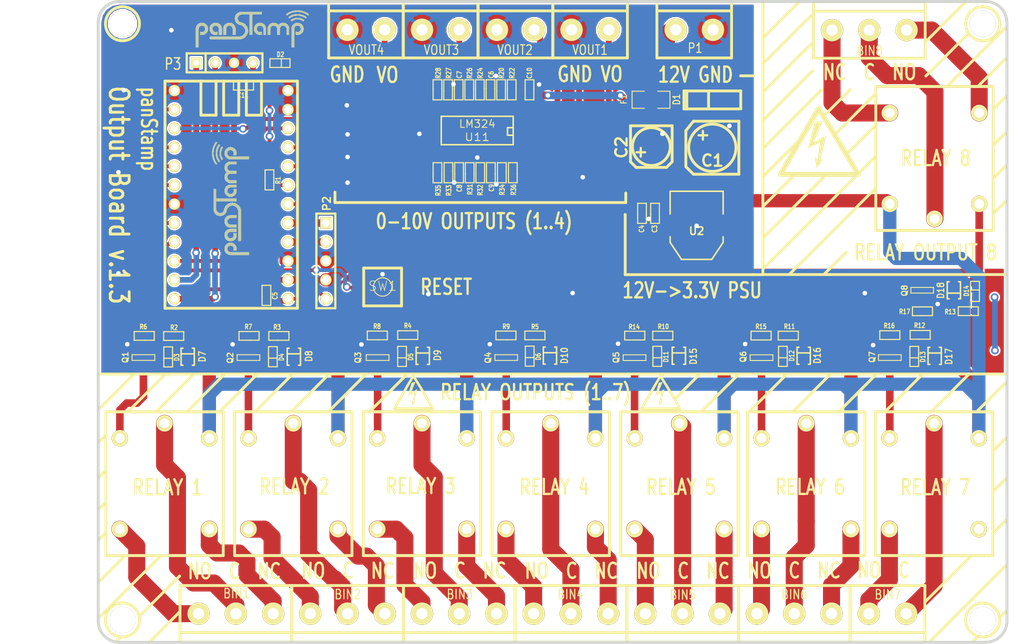
<source format=kicad_pcb>
(kicad_pcb (version 4) (host pcbnew "(2014-jul-16 BZR unknown)-product")
  (title_block (title "panStamp Output-board") (date "21 Mar 2014") (rev 1.2) (company panStamp))
  (layers (0 Front signal) (31 Back signal) (34 B.Paste user) (35 F.Paste user) (36 B.SilkS user) (37 F.SilkS user) (38 B.Mask user) (39 F.Mask user) (44 Edge.Cuts user))
  (net 0 "")
  (net 1 +12V)
  (net 2 +3.3V)
  (net 3 /GPIO0)
  (net 4 /GPIO1)
  (net 5 /RESET)
  (net 6 /RXD)
  (net 7 /TXD)
  (net 8 BINOUT0)
  (net 9 BINOUT1)
  (net 10 BINOUT2)
  (net 11 BINOUT3)
  (net 12 BINOUT4)
  (net 13 BINOUT5)
  (net 14 BINOUT6)
  (net 15 BINOUT7)
  (net 16 GND)
  (net 17 PWMOUT0)
  (net 18 PWMOUT1)
  (net 19 PWMOUT2)
  (net 20 PWMOUT3)
  (net 21 "Net-(BIN1-Pad1)")
  (net 22 "Net-(BIN1-Pad2)")
  (net 23 "Net-(BIN1-Pad3)")
  (net 24 "Net-(BIN2-Pad1)")
  (net 25 "Net-(BIN2-Pad2)")
  (net 26 "Net-(BIN2-Pad3)")
  (net 27 "Net-(BIN3-Pad1)")
  (net 28 "Net-(BIN3-Pad2)")
  (net 29 "Net-(BIN3-Pad3)")
  (net 30 "Net-(BIN4-Pad1)")
  (net 31 "Net-(BIN4-Pad2)")
  (net 32 "Net-(BIN4-Pad3)")
  (net 33 "Net-(BIN5-Pad1)")
  (net 34 "Net-(BIN5-Pad2)")
  (net 35 "Net-(BIN5-Pad3)")
  (net 36 "Net-(BIN6-Pad1)")
  (net 37 "Net-(BIN6-Pad2)")
  (net 38 "Net-(BIN6-Pad3)")
  (net 39 "Net-(BIN7-Pad1)")
  (net 40 "Net-(BIN7-Pad2)")
  (net 41 "Net-(BIN8-Pad1)")
  (net 42 "Net-(BIN8-Pad2)")
  (net 43 "Net-(BIN8-Pad3)")
  (net 44 "Net-(C5-Pad1)")
  (net 45 "Net-(C6-Pad1)")
  (net 46 "Net-(C7-Pad1)")
  (net 47 "Net-(C8-Pad1)")
  (net 48 "Net-(C9-Pad1)")
  (net 49 "Net-(D2-Pad1)")
  (net 50 "Net-(D3-Pad2)")
  (net 51 "Net-(D3-Pad1)")
  (net 52 "Net-(D4-Pad2)")
  (net 53 "Net-(D4-Pad1)")
  (net 54 "Net-(D5-Pad2)")
  (net 55 "Net-(D5-Pad1)")
  (net 56 "Net-(D10-Pad1)")
  (net 57 "Net-(D6-Pad1)")
  (net 58 "Net-(D11-Pad2)")
  (net 59 "Net-(D11-Pad1)")
  (net 60 "Net-(D12-Pad2)")
  (net 61 "Net-(D12-Pad1)")
  (net 62 "Net-(D13-Pad2)")
  (net 63 "Net-(D13-Pad1)")
  (net 64 "Net-(D14-Pad2)")
  (net 65 "Net-(D14-Pad1)")
  (net 66 "Net-(F1-Pad1)")
  (net 67 "Net-(Q1-Pad2)")
  (net 68 "Net-(Q2-Pad2)")
  (net 69 "Net-(Q3-Pad2)")
  (net 70 "Net-(Q4-Pad2)")
  (net 71 "Net-(Q5-Pad2)")
  (net 72 "Net-(Q6-Pad2)")
  (net 73 "Net-(Q7-Pad2)")
  (net 74 "Net-(Q8-Pad2)")
  (net 75 "Net-(R1-Pad2)")
  (net 76 "Net-(R20-Pad2)")
  (net 77 "Net-(R22-Pad2)")
  (net 78 "Net-(R27-Pad2)")
  (net 79 "Net-(R28-Pad2)")
  (net 80 "Net-(R33-Pad2)")
  (net 81 "Net-(R34-Pad2)")
  (net 82 "Net-(R35-Pad2)")
  (net 83 "Net-(R36-Pad2)")
  (net 84 "Net-(U9-Pad5)")
  (module SONGLE_RELAY_10A (layer Front) (at 161.544 107.569 270)
    (fp_text reference U4 hide)
    (fp_text value SONGLE_RELAY_10A hide)
    (pad 1 thru_hole circle (at -6.10108 -5.99948 270) (size 2.19964 2.19964) (drill 1.30048) (layers *.Cu *.Mask F.SilkS) (net 1 +12V))
    (pad 2 thru_hole circle (at -8.10006 0 270) (size 2.19964 2.19964) (drill 1.30048) (layers *.Cu *.Mask F.SilkS) (net 25 "Net-(BIN2-Pad2)"))
    (pad 3 thru_hole circle (at -6.10108 5.99948 270) (size 2.19964 2.19964) (drill 1.30048) (layers *.Cu *.Mask F.SilkS) (net 52 "Net-(D4-Pad2)"))
    (pad 4 thru_hole circle (at 6.10108 5.99948 270) (size 2.19964 2.19964) (drill 1.30048) (layers *.Cu *.Mask F.SilkS) (net 24 "Net-(BIN2-Pad1)"))
    (pad 5 thru_hole circle (at 6.10108 -5.99948 270) (size 2.19964 2.19964) (drill 1.30048) (layers *.Cu *.Mask F.SilkS) (net 26 "Net-(BIN2-Pad3)"))
  )
  (module 1pin (layer Front) (at 138.6205 125.857)
    (fp_text reference 1PIN hide)
    (fp_text value P*** hide)
    (pad 1 thru_hole circle (at 0 0) (size 3.50012 3.50012) (drill 3.50012) (layers *.Cu *.Mask F.SilkS))
  )
  (module 1pin (layer Front) (at 254.0635 125.857)
    (fp_text reference 1PIN hide)
    (fp_text value P*** hide)
    (pad 1 thru_hole circle (at 0 0) (size 3.50012 3.50012) (drill 3.50012) (layers *.Cu *.Mask F.SilkS))
  )
  (module 1pin (layer Front) (at 254.0635 45.847)
    (fp_text reference 1PIN hide)
    (fp_text value P*** hide)
    (pad 1 thru_hole circle (at 0 0) (size 3.50012 3.50012) (drill 3.50012) (layers *.Cu *.Mask F.SilkS))
  )
  (module 1pin (layer Front) (at 138.6205 45.847)
    (fp_text reference 1PIN hide)
    (fp_text value P*** hide)
    (pad 1 thru_hole circle (at 0 0) (size 3.50012 3.50012) (drill 3.50012) (layers *.Cu *.Mask F.SilkS))
  )
  (module PANSTAMPLOGO (layer Front) (at 148.4376 43.7388)
    (fp_text reference www.panstamp.com hide)
    (fp_text value "OMNICONTROL V.1.0" hide)
  )
  (module PIN_ARRAY_5x1 (layer Front) (at 165.9128 77.6732 270)
    (fp_text reference P2 (at -7.6962 -0.127 270) (layer F.SilkS) (effects (font (size 1.016 1.016) (thickness 0.2032))))
    (fp_text value CONN_5 hide)
    (pad 1 thru_hole rect (at -5.08 0 270) (size 1.524 1.524) (drill 1.016) (layers *.Cu *.Mask F.SilkS) (net 7 /TXD))
    (pad 2 thru_hole circle (at -2.54 0 270) (size 1.524 1.524) (drill 1.016) (layers *.Cu *.Mask F.SilkS) (net 6 /RXD))
    (pad 3 thru_hole circle (at 0 0 270) (size 1.524 1.524) (drill 1.016) (layers *.Cu *.Mask F.SilkS) (net 16 GND))
    (pad 4 thru_hole circle (at 2.54 0 270) (size 1.524 1.524) (drill 1.016) (layers *.Cu *.Mask F.SilkS) (net 2 +3.3V))
    (pad 5 thru_hole circle (at 5.08 0 270) (size 1.524 1.524) (drill 1.016) (layers *.Cu *.Mask F.SilkS) (net 44 "Net-(C5-Pad1)"))
  )
  (module switch-tact-noah (layer Front) (at 173.5328 81.16824)
    (fp_text reference SW1 (at 0 -0.127) (layer F.SilkS) (effects (font (size 1.27 1.27) (thickness 0.0889))))
    (fp_text value SW_PUSH_SMALL hide)
    (pad 1 smd rect (at -2.49936 -1.75006) (size 1.99898 1.00076) (layers Front F.Paste F.Mask) (net 16 GND))
    (pad 3 smd rect (at 2.49936 -1.75006) (size 1.99898 1.00076) (layers Front F.Paste F.Mask))
    (pad 2 smd rect (at -2.49936 1.75006) (size 1.99898 1.00076) (layers Front F.Paste F.Mask) (net 5 /RESET))
    (pad 4 smd rect (at 2.49936 1.75006) (size 1.99898 1.00076) (layers Front F.Paste F.Mask))
  )
  (module SM0603S (layer Front) (at 191.00292 65.8368 270)
    (fp_text reference R36 (at 2.286 -0.1016 270) (layer F.SilkS) (effects (font (size 0.635 0.508) (thickness 0.127))))
    (fp_text value 21k hide)
    (pad 2 smd rect (at 0.7493 0 270) (size 0.7874 0.762) (layers Front F.Paste F.Mask) (net 83 "Net-(R36-Pad2)"))
    (pad 1 smd rect (at -0.7493 0 270) (size 0.7874 0.762) (layers Front F.Paste F.Mask) (net 81 "Net-(R34-Pad2)"))
  )
  (module SM0603S (layer Front) (at 180.89372 65.8368 270)
    (fp_text reference R35 (at 2.3876 -0.1016 270) (layer F.SilkS) (effects (font (size 0.635 0.508) (thickness 0.127))))
    (fp_text value 21k hide)
    (pad 2 smd rect (at 0.7493 0 270) (size 0.7874 0.762) (layers Front F.Paste F.Mask) (net 82 "Net-(R35-Pad2)"))
    (pad 1 smd rect (at -0.7493 0 270) (size 0.7874 0.762) (layers Front F.Paste F.Mask) (net 80 "Net-(R33-Pad2)"))
  )
  (module SM0603S (layer Front) (at 189.52972 65.8368 90)
    (fp_text reference R34 (at -2.286 0.0508 90) (layer F.SilkS) (effects (font (size 0.635 0.508) (thickness 0.127))))
    (fp_text value 10k hide)
    (pad 2 smd rect (at 0.7493 0 90) (size 0.7874 0.762) (layers Front F.Paste F.Mask) (net 81 "Net-(R34-Pad2)"))
    (pad 1 smd rect (at -0.7493 0 90) (size 0.7874 0.762) (layers Front F.Paste F.Mask) (net 16 GND))
  )
  (module SM0603S (layer Front) (at 182.36692 65.8368 90)
    (fp_text reference R33 (at -2.3876 0.0508 90) (layer F.SilkS) (effects (font (size 0.635 0.508) (thickness 0.127))))
    (fp_text value 10k hide)
    (pad 2 smd rect (at 0.7493 0 90) (size 0.7874 0.762) (layers Front F.Paste F.Mask) (net 80 "Net-(R33-Pad2)"))
    (pad 1 smd rect (at -0.7493 0 90) (size 0.7874 0.762) (layers Front F.Paste F.Mask) (net 16 GND))
  )
  (module SM0603S (layer Front) (at 186.63412 65.8368 270)
    (fp_text reference R32 (at 2.3368 0 270) (layer F.SilkS) (effects (font (size 0.635 0.508) (thickness 0.127))))
    (fp_text value 10K hide)
    (pad 2 smd rect (at 0.7493 0 270) (size 0.7874 0.762) (layers Front F.Paste F.Mask) (net 20 PWMOUT3))
    (pad 1 smd rect (at -0.7493 0 270) (size 0.7874 0.762) (layers Front F.Paste F.Mask) (net 48 "Net-(C9-Pad1)"))
  )
  (module SM0603S (layer Front) (at 185.21172 65.8368 270)
    (fp_text reference R31 (at 2.2352 -0.0508 270) (layer F.SilkS) (effects (font (size 0.635 0.508) (thickness 0.127))))
    (fp_text value 10K hide)
    (pad 2 smd rect (at 0.7493 0 270) (size 0.7874 0.762) (layers Front F.Paste F.Mask) (net 19 PWMOUT2))
    (pad 1 smd rect (at -0.7493 0 270) (size 0.7874 0.762) (layers Front F.Paste F.Mask) (net 47 "Net-(C8-Pad1)"))
  )
  (module SM0603S (layer Front) (at 180.89372 54.7116 90)
    (fp_text reference R28 (at 2.2352 0.1016 90) (layer F.SilkS) (effects (font (size 0.635 0.508) (thickness 0.127))))
    (fp_text value 21k hide)
    (pad 2 smd rect (at 0.7493 0 90) (size 0.7874 0.762) (layers Front F.Paste F.Mask) (net 79 "Net-(R28-Pad2)"))
    (pad 1 smd rect (at -0.7493 0 90) (size 0.7874 0.762) (layers Front F.Paste F.Mask) (net 78 "Net-(R27-Pad2)"))
  )
  (module SM0603S (layer Front) (at 182.31612 54.7116 270)
    (fp_text reference R27 (at -2.2352 -0.1016 270) (layer F.SilkS) (effects (font (size 0.635 0.508) (thickness 0.127))))
    (fp_text value 10k hide)
    (pad 2 smd rect (at 0.7493 0 270) (size 0.7874 0.762) (layers Front F.Paste F.Mask) (net 78 "Net-(R27-Pad2)"))
    (pad 1 smd rect (at -0.7493 0 270) (size 0.7874 0.762) (layers Front F.Paste F.Mask) (net 16 GND))
  )
  (module SM0603S (layer Front) (at 185.16092 54.7116 90)
    (fp_text reference R26 (at 2.2352 0.0508 90) (layer F.SilkS) (effects (font (size 0.635 0.508) (thickness 0.127))))
    (fp_text value 10K hide)
    (pad 2 smd rect (at 0.7493 0 90) (size 0.7874 0.762) (layers Front F.Paste F.Mask) (net 18 PWMOUT1))
    (pad 1 smd rect (at -0.7493 0 90) (size 0.7874 0.762) (layers Front F.Paste F.Mask) (net 46 "Net-(C7-Pad1)"))
  )
  (module SM0603S (layer Front) (at 186.58332 54.7116 90)
    (fp_text reference R24 (at 2.2352 0.0508 90) (layer F.SilkS) (effects (font (size 0.635 0.508) (thickness 0.127))))
    (fp_text value 10K hide)
    (pad 2 smd rect (at 0.7493 0 90) (size 0.7874 0.762) (layers Front F.Paste F.Mask) (net 17 PWMOUT0))
    (pad 1 smd rect (at -0.7493 0 90) (size 0.7874 0.762) (layers Front F.Paste F.Mask) (net 45 "Net-(C6-Pad1)"))
  )
  (module SM0603S (layer Front) (at 190.85052 54.7116 90)
    (fp_text reference R22 (at 2.2352 0.0508 90) (layer F.SilkS) (effects (font (size 0.635 0.508) (thickness 0.127))))
    (fp_text value 21k hide)
    (pad 2 smd rect (at 0.7493 0 90) (size 0.7874 0.762) (layers Front F.Paste F.Mask) (net 77 "Net-(R22-Pad2)"))
    (pad 1 smd rect (at -0.7493 0 90) (size 0.7874 0.762) (layers Front F.Paste F.Mask) (net 76 "Net-(R20-Pad2)"))
  )
  (module SM0603S (layer Front) (at 189.42812 54.7116 270)
    (fp_text reference R20 (at -2.2352 -0.0508 270) (layer F.SilkS) (effects (font (size 0.635 0.508) (thickness 0.127))))
    (fp_text value 10k hide)
    (pad 2 smd rect (at 0.7493 0 270) (size 0.7874 0.762) (layers Front F.Paste F.Mask) (net 76 "Net-(R20-Pad2)"))
    (pad 1 smd rect (at -0.7493 0 270) (size 0.7874 0.762) (layers Front F.Paste F.Mask) (net 16 GND))
  )
  (module SM0603S (layer Front) (at 245.9736 84.4296 180)
    (fp_text reference R17 (at 2.3876 -0.04572 180) (layer F.SilkS) (effects (font (size 0.635 0.508) (thickness 0.127))))
    (fp_text value 2k2 hide)
    (pad 2 smd rect (at 0.7493 0 180) (size 0.7874 0.762) (layers Front F.Paste F.Mask) (net 74 "Net-(Q8-Pad2)"))
    (pad 1 smd rect (at -0.7493 0 180) (size 0.7874 0.762) (layers Front F.Paste F.Mask) (net 15 BINOUT7))
  )
  (module SM0603S (layer Front) (at 241.59464 87.63)
    (fp_text reference R16 (at -0.0762 -1.25476) (layer F.SilkS) (effects (font (size 0.635 0.508) (thickness 0.127))))
    (fp_text value 2k2 hide)
    (pad 2 smd rect (at 0.7493 0) (size 0.7874 0.762) (layers Front F.Paste F.Mask) (net 73 "Net-(Q7-Pad2)"))
    (pad 1 smd rect (at -0.7493 0) (size 0.7874 0.762) (layers Front F.Paste F.Mask) (net 14 BINOUT6))
  )
  (module SM0603S (layer Front) (at 224.31756 87.69604)
    (fp_text reference R15 (at -0.00508 -1.21412) (layer F.SilkS) (effects (font (size 0.635 0.508) (thickness 0.127))))
    (fp_text value 2k2 hide)
    (pad 2 smd rect (at 0.7493 0) (size 0.7874 0.762) (layers Front F.Paste F.Mask) (net 72 "Net-(Q6-Pad2)"))
    (pad 1 smd rect (at -0.7493 0) (size 0.7874 0.762) (layers Front F.Paste F.Mask) (net 13 BINOUT5))
  )
  (module SM0603S (layer Front) (at 207.3656 87.69604)
    (fp_text reference R14 (at -0.0762 -1.1684 180) (layer F.SilkS) (effects (font (size 0.635 0.508) (thickness 0.127))))
    (fp_text value 2k2 hide)
    (pad 2 smd rect (at 0.7493 0) (size 0.7874 0.762) (layers Front F.Paste F.Mask) (net 71 "Net-(Q5-Pad2)"))
    (pad 1 smd rect (at -0.7493 0) (size 0.7874 0.762) (layers Front F.Paste F.Mask) (net 12 BINOUT4))
  )
  (module SM0603S (layer Front) (at 252.1204 84.41944)
    (fp_text reference R13 (at -2.41808 0.09144) (layer F.SilkS) (effects (font (size 0.635 0.508) (thickness 0.127))))
    (fp_text value 1k5 hide)
    (pad 2 smd rect (at 0.7493 0) (size 0.7874 0.762) (layers Front F.Paste F.Mask) (net 65 "Net-(D14-Pad1)"))
    (pad 1 smd rect (at -0.7493 0) (size 0.7874 0.762) (layers Front F.Paste F.Mask) (net 1 +12V))
  )
  (module SM0603S (layer Front) (at 245.6688 87.59444 180)
    (fp_text reference R12 (at 0.0762 1.25984 180) (layer F.SilkS) (effects (font (size 0.635 0.508) (thickness 0.127))))
    (fp_text value 1k5 hide)
    (pad 2 smd rect (at 0.7493 0 180) (size 0.7874 0.762) (layers Front F.Paste F.Mask) (net 63 "Net-(D13-Pad1)"))
    (pad 1 smd rect (at -0.7493 0 180) (size 0.7874 0.762) (layers Front F.Paste F.Mask) (net 1 +12V))
  )
  (module SM0603S (layer Front) (at 227.97008 87.69604 180)
    (fp_text reference R11 (at -0.15748 1.22428 180) (layer F.SilkS) (effects (font (size 0.635 0.508) (thickness 0.127))))
    (fp_text value 1k5 hide)
    (pad 2 smd rect (at 0.7493 0 180) (size 0.7874 0.762) (layers Front F.Paste F.Mask) (net 61 "Net-(D12-Pad1)"))
    (pad 1 smd rect (at -0.7493 0 180) (size 0.7874 0.762) (layers Front F.Paste F.Mask) (net 1 +12V))
  )
  (module SM0603S (layer Front) (at 211.1248 87.69604 180)
    (fp_text reference R10 (at -0.0762 1.20904 180) (layer F.SilkS) (effects (font (size 0.635 0.508) (thickness 0.127))))
    (fp_text value 1k5 hide)
    (pad 2 smd rect (at 0.7493 0 180) (size 0.7874 0.762) (layers Front F.Paste F.Mask) (net 59 "Net-(D11-Pad1)"))
    (pad 1 smd rect (at -0.7493 0 180) (size 0.7874 0.762) (layers Front F.Paste F.Mask) (net 1 +12V))
  )
  (module SM0603S (layer Front) (at 190.08344 87.67064)
    (fp_text reference R9 (at 0.03556 -1.18364) (layer F.SilkS) (effects (font (size 0.635 0.508) (thickness 0.127))))
    (fp_text value 2k2 hide)
    (pad 2 smd rect (at 0.7493 0) (size 0.7874 0.762) (layers Front F.Paste F.Mask) (net 70 "Net-(Q4-Pad2)"))
    (pad 1 smd rect (at -0.7493 0) (size 0.7874 0.762) (layers Front F.Paste F.Mask) (net 11 BINOUT3))
  )
  (module SM0603S (layer Front) (at 172.8216 87.67064)
    (fp_text reference R8 (at -0.03556 -1.2192) (layer F.SilkS) (effects (font (size 0.635 0.508) (thickness 0.127))))
    (fp_text value 2k2 hide)
    (pad 2 smd rect (at 0.7493 0) (size 0.7874 0.762) (layers Front F.Paste F.Mask) (net 69 "Net-(Q3-Pad2)"))
    (pad 1 smd rect (at -0.7493 0) (size 0.7874 0.762) (layers Front F.Paste F.Mask) (net 10 BINOUT2))
  )
  (module SM0603S (layer Front) (at 155.60548 87.7316)
    (fp_text reference R7 (at -0.08128 -1.2192) (layer F.SilkS) (effects (font (size 0.635 0.508) (thickness 0.127))))
    (fp_text value 2k2 hide)
    (pad 2 smd rect (at 0.7493 0) (size 0.7874 0.762) (layers Front F.Paste F.Mask) (net 68 "Net-(Q2-Pad2)"))
    (pad 1 smd rect (at -0.7493 0) (size 0.7874 0.762) (layers Front F.Paste F.Mask) (net 9 BINOUT1))
  )
  (module SM0603S (layer Front) (at 141.54404 87.7316)
    (fp_text reference R6 (at -0.11684 -1.2192) (layer F.SilkS) (effects (font (size 0.635 0.508) (thickness 0.127))))
    (fp_text value 2k2 hide)
    (pad 2 smd rect (at 0.7493 0) (size 0.7874 0.762) (layers Front F.Paste F.Mask) (net 67 "Net-(Q1-Pad2)"))
    (pad 1 smd rect (at -0.7493 0) (size 0.7874 0.762) (layers Front F.Paste F.Mask) (net 8 BINOUT0))
  )
  (module SM0603S (layer Front) (at 193.96964 87.67064 180)
    (fp_text reference R5 (at -0.01016 1.15824 180) (layer F.SilkS) (effects (font (size 0.635 0.508) (thickness 0.127))))
    (fp_text value 1k5 hide)
    (pad 2 smd rect (at 0.7493 0 180) (size 0.7874 0.762) (layers Front F.Paste F.Mask) (net 57 "Net-(D6-Pad1)"))
    (pad 1 smd rect (at -0.7493 0 180) (size 0.7874 0.762) (layers Front F.Paste F.Mask) (net 1 +12V))
  )
  (module SM0603S (layer Front) (at 176.90084 87.63 180)
    (fp_text reference R4 (at 0 1.25476 180) (layer F.SilkS) (effects (font (size 0.635 0.508) (thickness 0.127))))
    (fp_text value 1k5 hide)
    (pad 2 smd rect (at 0.7493 0 180) (size 0.7874 0.762) (layers Front F.Paste F.Mask) (net 55 "Net-(D5-Pad1)"))
    (pad 1 smd rect (at -0.7493 0 180) (size 0.7874 0.762) (layers Front F.Paste F.Mask) (net 1 +12V))
  )
  (module SM0603S (layer Front) (at 159.60852 87.73668 180)
    (fp_text reference R3 (at 0.23368 1.17348 180) (layer F.SilkS) (effects (font (size 0.635 0.508) (thickness 0.127))))
    (fp_text value 1k5 hide)
    (pad 2 smd rect (at 0.7493 0 180) (size 0.7874 0.762) (layers Front F.Paste F.Mask) (net 53 "Net-(D4-Pad1)"))
    (pad 1 smd rect (at -0.7493 0 180) (size 0.7874 0.762) (layers Front F.Paste F.Mask) (net 1 +12V))
  )
  (module SM0603S (layer Front) (at 145.4912 87.757)
    (fp_text reference R2 (at 0.0508 -1.143) (layer F.SilkS) (effects (font (size 0.635 0.508) (thickness 0.127))))
    (fp_text value 1k5 hide)
    (pad 2 smd rect (at 0.7493 0) (size 0.7874 0.762) (layers Front F.Paste F.Mask) (net 1 +12V))
    (pad 1 smd rect (at -0.7493 0) (size 0.7874 0.762) (layers Front F.Paste F.Mask) (net 51 "Net-(D3-Pad1)"))
  )
  (module SM0603S (layer Front) (at 158.3436 66.802 270)
    (fp_text reference R1 (at 0.0635 -1.1557 270) (layer F.SilkS) (effects (font (size 0.635 0.508) (thickness 0.127))))
    (fp_text value 470 hide)
    (pad 2 smd rect (at 0.7493 0 270) (size 0.7874 0.762) (layers Front F.Paste F.Mask) (net 75 "Net-(R1-Pad2)"))
    (pad 1 smd rect (at -0.7493 0 270) (size 0.7874 0.762) (layers Front F.Paste F.Mask) (net 49 "Net-(D2-Pad1)"))
  )
  (module SM0603S (layer Front) (at 188.05652 65.8368 270)
    (fp_text reference C9 (at 2.032 -0.1016 270) (layer F.SilkS) (effects (font (size 0.635 0.508) (thickness 0.127))))
    (fp_text value 4.7u hide)
    (pad 2 smd rect (at 0.7493 0 270) (size 0.7874 0.762) (layers Front F.Paste F.Mask) (net 16 GND))
    (pad 1 smd rect (at -0.7493 0 270) (size 0.7874 0.762) (layers Front F.Paste F.Mask) (net 48 "Net-(C9-Pad1)"))
  )
  (module SM0603S (layer Front) (at 183.78932 65.8368 270)
    (fp_text reference C8 (at 2.0828 -0.0508 270) (layer F.SilkS) (effects (font (size 0.635 0.508) (thickness 0.127))))
    (fp_text value 4.7u hide)
    (pad 2 smd rect (at 0.7493 0 270) (size 0.7874 0.762) (layers Front F.Paste F.Mask) (net 16 GND))
    (pad 1 smd rect (at -0.7493 0 270) (size 0.7874 0.762) (layers Front F.Paste F.Mask) (net 47 "Net-(C8-Pad1)"))
  )
  (module SM0603S (layer Front) (at 183.73852 54.7116 90)
    (fp_text reference C7 (at 2.032 0.1016 90) (layer F.SilkS) (effects (font (size 0.635 0.508) (thickness 0.127))))
    (fp_text value 4.7u hide)
    (pad 2 smd rect (at 0.7493 0 90) (size 0.7874 0.762) (layers Front F.Paste F.Mask) (net 16 GND))
    (pad 1 smd rect (at -0.7493 0 90) (size 0.7874 0.762) (layers Front F.Paste F.Mask) (net 46 "Net-(C7-Pad1)"))
  )
  (module SM0603S (layer Front) (at 188.00572 54.7116 90)
    (fp_text reference C6 (at 2.032 0.1016 90) (layer F.SilkS) (effects (font (size 0.635 0.508) (thickness 0.127))))
    (fp_text value 4.7u hide)
    (pad 2 smd rect (at 0.7493 0 90) (size 0.7874 0.762) (layers Front F.Paste F.Mask) (net 16 GND))
    (pad 1 smd rect (at -0.7493 0 90) (size 0.7874 0.762) (layers Front F.Paste F.Mask) (net 45 "Net-(C6-Pad1)"))
  )
  (module SM0603S (layer Front) (at 157.9372 82.296 270)
    (fp_text reference C5 (at 0.0635 -1.1557 270) (layer F.SilkS) (effects (font (size 0.635 0.508) (thickness 0.127))))
    (fp_text value 100n hide)
    (pad 2 smd rect (at 0.7493 0 270) (size 0.7874 0.762) (layers Front F.Paste F.Mask) (net 5 /RESET))
    (pad 1 smd rect (at -0.7493 0 270) (size 0.7874 0.762) (layers Front F.Paste F.Mask) (net 44 "Net-(C5-Pad1)"))
  )
  (module SM0603S (layer Front) (at 208.34096 71.28764 270)
    (fp_text reference C4 (at 2.0828 0.0508 270) (layer F.SilkS) (effects (font (size 0.635 0.508) (thickness 0.127))))
    (fp_text value 100n hide)
    (pad 2 smd rect (at 0.7493 0 270) (size 0.7874 0.762) (layers Front F.Paste F.Mask) (net 16 GND))
    (pad 1 smd rect (at -0.7493 0 270) (size 0.7874 0.762) (layers Front F.Paste F.Mask) (net 2 +3.3V))
  )
  (module SM0603S (layer Front) (at 210.08848 71.29272 270)
    (fp_text reference C3 (at 2.0828 0.0508 270) (layer F.SilkS) (effects (font (size 0.635 0.508) (thickness 0.127))))
    (fp_text value 1u hide)
    (pad 2 smd rect (at 0.7493 0 270) (size 0.7874 0.762) (layers Front F.Paste F.Mask) (net 16 GND))
    (pad 1 smd rect (at -0.7493 0 270) (size 0.7874 0.762) (layers Front F.Paste F.Mask) (net 2 +3.3V))
  )
  (module SMA (layer Front) (at 217.7796 56.007 180)
    (fp_text reference D1 (at 4.8006 0 270) (layer F.SilkS) (effects (font (size 0.889 0.762) (thickness 0.1524))))
    (fp_text value DIODESCH hide)
    (pad 1 smd rect (at -1.99898 0 180) (size 2.50952 1.70942) (layers Front F.Paste F.Mask) (net 16 GND))
    (pad 2 smd rect (at 1.99898 0 180) (size 2.50952 1.70942) (layers Front F.Paste F.Mask) (net 1 +12V))
  )
  (module SMDCPOL_5 (layer Front) (at 209.59064 62.3316 90)
    (fp_text reference C2 (at -0.1016 -4.0132 90) (layer F.SilkS) (effects (font (thickness 0.3048))))
    (fp_text value 22u hide)
    (fp_text user + (at -0.762 -1.524 90) (layer F.SilkS) (effects (font (thickness 0.3048))))
    (pad 1 smd rect (at -1.778 0 90) (size 2.49936 1.00076) (layers Front F.Paste F.Mask) (net 2 +3.3V))
    (pad 2 smd rect (at 1.778 0 90) (size 2.49936 1.00076) (layers Front F.Paste F.Mask) (net 16 GND))
  )
  (module SMDCPOL_6.3 (layer Front) (at 217.7796 62.484)
    (fp_text reference C1 (at 0 1.7272) (layer F.SilkS) (effects (font (thickness 0.3048))))
    (fp_text value 47u hide)
    (fp_text user + (at -1.27 -1.778) (layer F.SilkS) (effects (font (thickness 0.3048))))
    (pad 2 smd rect (at 2.286 0) (size 2.79908 1.00076) (layers Front F.Paste F.Mask) (net 16 GND))
    (pad 1 smd rect (at -2.286 0) (size 2.79908 1.00076) (layers Front F.Paste F.Mask) (net 1 +12V))
  )
  (module SO14E (layer Front) (at 186.22772 60.2996 180)
    (fp_text reference U11 (at 0 -0.762 180) (layer F.SilkS) (effects (font (size 1.016 1.143) (thickness 0.127))))
    (fp_text value LM324 (at 0 1.016 180) (layer F.SilkS) (effects (font (size 1.016 1.016) (thickness 0.127))))
    (pad 1 smd rect (at -3.81 2.794 180) (size 0.508 1.143) (layers Front F.Paste F.Mask) (net 77 "Net-(R22-Pad2)"))
    (pad 2 smd rect (at -2.54 2.794 180) (size 0.508 1.143) (layers Front F.Paste F.Mask) (net 76 "Net-(R20-Pad2)"))
    (pad 3 smd rect (at -1.27 2.794 180) (size 0.508 1.143) (layers Front F.Paste F.Mask) (net 45 "Net-(C6-Pad1)"))
    (pad 4 smd rect (at 0 2.794 180) (size 0.508 1.143) (layers Front F.Paste F.Mask) (net 1 +12V))
    (pad 5 smd rect (at 1.27 2.794 180) (size 0.508 1.143) (layers Front F.Paste F.Mask) (net 46 "Net-(C7-Pad1)"))
    (pad 6 smd rect (at 2.54 2.794 180) (size 0.508 1.143) (layers Front F.Paste F.Mask) (net 78 "Net-(R27-Pad2)"))
    (pad 7 smd rect (at 3.81 2.794 180) (size 0.508 1.143) (layers Front F.Paste F.Mask) (net 79 "Net-(R28-Pad2)"))
    (pad 8 smd rect (at 3.81 -2.54 180) (size 0.508 1.143) (layers Front F.Paste F.Mask) (net 82 "Net-(R35-Pad2)"))
    (pad 9 smd rect (at 2.54 -2.54 180) (size 0.508 1.143) (layers Front F.Paste F.Mask) (net 80 "Net-(R33-Pad2)"))
    (pad 10 smd rect (at 1.27 -2.54 180) (size 0.508 1.143) (layers Front F.Paste F.Mask) (net 47 "Net-(C8-Pad1)"))
    (pad 11 smd rect (at 0 -2.54 180) (size 0.508 1.143) (layers Front F.Paste F.Mask) (net 16 GND))
    (pad 12 smd rect (at -1.27 -2.54 180) (size 0.508 1.143) (layers Front F.Paste F.Mask) (net 48 "Net-(C9-Pad1)"))
    (pad 13 smd rect (at -2.54 -2.54 180) (size 0.508 1.143) (layers Front F.Paste F.Mask) (net 81 "Net-(R34-Pad2)"))
    (pad 14 smd rect (at -3.81 -2.54 180) (size 0.508 1.143) (layers Front F.Paste F.Mask) (net 83 "Net-(R36-Pad2)"))
  )
  (module SOT223 (layer Front) (at 215.6714 72.898 180)
    (fp_text reference U2 (at 0 -0.762 180) (layer F.SilkS) (effects (font (size 1.016 1.016) (thickness 0.2032))))
    (fp_text value UA78M33 hide)
    (pad 4 smd rect (at 0 -3.302 180) (size 3.6576 2.032) (layers Front F.Paste F.Mask) (net 16 GND))
    (pad 2 smd rect (at 0 3.302 180) (size 1.016 2.032) (layers Front F.Paste F.Mask) (net 16 GND))
    (pad 3 smd rect (at 2.286 3.302 180) (size 1.016 2.032) (layers Front F.Paste F.Mask) (net 2 +3.3V))
    (pad 1 smd rect (at -2.286 3.302 180) (size 1.016 2.032) (layers Front F.Paste F.Mask) (net 1 +12V))
  )
  (module SOT23EBC (layer Front) (at 245.93804 81.6102 180)
    (fp_text reference Q8 (at 2.3622 -0.04064 270) (layer F.SilkS) (effects (font (size 0.762 0.762) (thickness 0.1524))))
    (fp_text value NPN hide)
    (pad 1 smd rect (at -0.889 -1.016 180) (size 0.9144 0.9144) (layers Front F.Paste F.Mask) (net 16 GND))
    (pad 2 smd rect (at 0.889 -1.016 180) (size 0.9144 0.9144) (layers Front F.Paste F.Mask) (net 74 "Net-(Q8-Pad2)"))
    (pad 3 smd rect (at 0 1.016 180) (size 0.9144 0.9144) (layers Front F.Paste F.Mask) (net 64 "Net-(D14-Pad2)"))
  )
  (module SOT23EBC (layer Front) (at 241.59464 90.64244)
    (fp_text reference Q7 (at -2.3622 -0.0762 90) (layer F.SilkS) (effects (font (size 0.762 0.762) (thickness 0.1524))))
    (fp_text value NPN hide)
    (pad 1 smd rect (at -0.889 -1.016) (size 0.9144 0.9144) (layers Front F.Paste F.Mask) (net 16 GND))
    (pad 2 smd rect (at 0.889 -1.016) (size 0.9144 0.9144) (layers Front F.Paste F.Mask) (net 73 "Net-(Q7-Pad2)"))
    (pad 3 smd rect (at 0 1.016) (size 0.9144 0.9144) (layers Front F.Paste F.Mask) (net 62 "Net-(D13-Pad2)"))
  )
  (module SOT23EBC (layer Front) (at 224.37852 90.6526)
    (fp_text reference Q6 (at -2.45872 -0.127 90) (layer F.SilkS) (effects (font (size 0.762 0.762) (thickness 0.1524))))
    (fp_text value NPN hide)
    (pad 1 smd rect (at -0.889 -1.016) (size 0.9144 0.9144) (layers Front F.Paste F.Mask) (net 16 GND))
    (pad 2 smd rect (at 0.889 -1.016) (size 0.9144 0.9144) (layers Front F.Paste F.Mask) (net 72 "Net-(Q6-Pad2)"))
    (pad 3 smd rect (at 0 1.016) (size 0.9144 0.9144) (layers Front F.Paste F.Mask) (net 60 "Net-(D12-Pad2)"))
  )
  (module SOT23EBC (layer Front) (at 207.3402 90.6526)
    (fp_text reference Q5 (at -2.4638 -0.0254 90) (layer F.SilkS) (effects (font (size 0.762 0.762) (thickness 0.1524))))
    (fp_text value NPN hide)
    (pad 1 smd rect (at -0.889 -1.016) (size 0.9144 0.9144) (layers Front F.Paste F.Mask) (net 16 GND))
    (pad 2 smd rect (at 0.889 -1.016) (size 0.9144 0.9144) (layers Front F.Paste F.Mask) (net 71 "Net-(Q5-Pad2)"))
    (pad 3 smd rect (at 0 1.016) (size 0.9144 0.9144) (layers Front F.Paste F.Mask) (net 58 "Net-(D11-Pad2)"))
  )
  (module SOT23EBC (layer Front) (at 190.119 90.64244)
    (fp_text reference Q4 (at -2.4384 0.01016 90) (layer F.SilkS) (effects (font (size 0.762 0.762) (thickness 0.1524))))
    (fp_text value NPN hide)
    (pad 1 smd rect (at -0.889 -1.016) (size 0.9144 0.9144) (layers Front F.Paste F.Mask) (net 16 GND))
    (pad 2 smd rect (at 0.889 -1.016) (size 0.9144 0.9144) (layers Front F.Paste F.Mask) (net 70 "Net-(Q4-Pad2)"))
    (pad 3 smd rect (at 0 1.016) (size 0.9144 0.9144) (layers Front F.Paste F.Mask) (net 56 "Net-(D10-Pad1)"))
  )
  (module SOT23EBC (layer Front) (at 172.86224 90.64244)
    (fp_text reference Q3 (at -2.63144 0 90) (layer F.SilkS) (effects (font (size 0.762 0.762) (thickness 0.1524))))
    (fp_text value NPN hide)
    (pad 1 smd rect (at -0.889 -1.016) (size 0.9144 0.9144) (layers Front F.Paste F.Mask) (net 16 GND))
    (pad 2 smd rect (at 0.889 -1.016) (size 0.9144 0.9144) (layers Front F.Paste F.Mask) (net 69 "Net-(Q3-Pad2)"))
    (pad 3 smd rect (at 0 1.016) (size 0.9144 0.9144) (layers Front F.Paste F.Mask) (net 54 "Net-(D5-Pad2)"))
  )
  (module SOT23EBC (layer Front) (at 155.5242 90.64244)
    (fp_text reference Q2 (at -2.4384 0.03556 90) (layer F.SilkS) (effects (font (size 0.762 0.762) (thickness 0.1524))))
    (fp_text value NPN hide)
    (pad 1 smd rect (at -0.889 -1.016) (size 0.9144 0.9144) (layers Front F.Paste F.Mask) (net 16 GND))
    (pad 2 smd rect (at 0.889 -1.016) (size 0.9144 0.9144) (layers Front F.Paste F.Mask) (net 68 "Net-(Q2-Pad2)"))
    (pad 3 smd rect (at 0 1.016) (size 0.9144 0.9144) (layers Front F.Paste F.Mask) (net 52 "Net-(D4-Pad2)"))
  )
  (module SOT23EBC (layer Front) (at 141.43228 90.63736)
    (fp_text reference Q1 (at -2.41808 -0.03556 90) (layer F.SilkS) (effects (font (size 0.762 0.762) (thickness 0.1524))))
    (fp_text value NPN hide)
    (pad 1 smd rect (at -0.889 -1.016) (size 0.9144 0.9144) (layers Front F.Paste F.Mask) (net 16 GND))
    (pad 2 smd rect (at 0.889 -1.016) (size 0.9144 0.9144) (layers Front F.Paste F.Mask) (net 67 "Net-(Q1-Pad2)"))
    (pad 3 smd rect (at 0 1.016) (size 0.9144 0.9144) (layers Front F.Paste F.Mask) (net 50 "Net-(D3-Pad2)"))
  )
  (module terminal_block_5mm_2P (layer Front) (at 171.29252 46.6344 180)
    (fp_text reference VOUT4 (at -0.0635 -2.7305 180) (layer F.SilkS) (effects (font (size 1.27 1.016) (thickness 0.1524))))
    (fp_text value CONN_2 hide)
    (pad 1 thru_hole circle (at -2.51714 -0.0254 180) (size 2.99974 2.99974) (drill 1.4986) (layers *.Cu *.Mask F.SilkS) (net 77 "Net-(R22-Pad2)"))
    (pad 2 thru_hole circle (at 2.48412 -0.0254 180) (size 2.99974 2.99974) (drill 1.4986) (layers *.Cu *.Mask F.SilkS) (net 16 GND))
  )
  (module terminal_block_5mm_2P (layer Front) (at 181.30012 46.6344 180)
    (fp_text reference VOUT3 (at -0.127 -2.7305 180) (layer F.SilkS) (effects (font (size 1.27 1.016) (thickness 0.1524))))
    (fp_text value CONN_2 hide)
    (pad 1 thru_hole circle (at -2.51714 -0.0254 180) (size 2.99974 2.99974) (drill 1.4986) (layers *.Cu *.Mask F.SilkS) (net 79 "Net-(R28-Pad2)"))
    (pad 2 thru_hole circle (at 2.48412 -0.0254 180) (size 2.99974 2.99974) (drill 1.4986) (layers *.Cu *.Mask F.SilkS) (net 16 GND))
  )
  (module terminal_block_5mm_2P (layer Front) (at 191.35852 46.6344 180)
    (fp_text reference VOUT2 (at 0.0635 -2.7305 180) (layer F.SilkS) (effects (font (size 1.27 1.016) (thickness 0.1524))))
    (fp_text value CONN_2 hide)
    (pad 1 thru_hole circle (at -2.51714 -0.0254 180) (size 2.99974 2.99974) (drill 1.4986) (layers *.Cu *.Mask F.SilkS) (net 82 "Net-(R35-Pad2)"))
    (pad 2 thru_hole circle (at 2.48412 -0.0254 180) (size 2.99974 2.99974) (drill 1.4986) (layers *.Cu *.Mask F.SilkS) (net 16 GND))
  )
  (module terminal_block_5mm_2P (layer Front) (at 201.36612 46.6344 180)
    (fp_text reference VOUT1 (at 0 -2.7305 180) (layer F.SilkS) (effects (font (size 1.27 1.016) (thickness 0.1524))))
    (fp_text value CONN_2 hide)
    (pad 1 thru_hole circle (at -2.51714 -0.0254 180) (size 2.99974 2.99974) (drill 1.4986) (layers *.Cu *.Mask F.SilkS) (net 83 "Net-(R36-Pad2)"))
    (pad 2 thru_hole circle (at 2.48412 -0.0254 180) (size 2.99974 2.99974) (drill 1.4986) (layers *.Cu *.Mask F.SilkS) (net 16 GND))
  )
  (module terminal_block_5mm_2P (layer Front) (at 215.3412 46.6344 180)
    (fp_text reference P1 (at -0.127 -2.4765 180) (layer F.SilkS) (effects (font (size 1.27 1.016) (thickness 0.1524))))
    (fp_text value CONN_2 hide)
    (pad 1 thru_hole circle (at -2.51714 -0.0254 180) (size 2.99974 2.99974) (drill 1.4986) (layers *.Cu *.Mask F.SilkS) (net 16 GND))
    (pad 2 thru_hole circle (at 2.48412 -0.0254 180) (size 2.99974 2.99974) (drill 1.4986) (layers *.Cu *.Mask F.SilkS) (net 66 "Net-(F1-Pad1)"))
  )
  (module terminal_block_5mm_3P (layer Front) (at 238.82096 46.67504 180)
    (fp_text reference BIN8 (at -0.0635 -2.794 180) (layer F.SilkS) (effects (font (size 1.27 1.016) (thickness 0.1524))))
    (fp_text value CONN_3 hide)
    (pad 1 thru_hole circle (at -5.01904 -0.0254 180) (size 2.99974 2.99974) (drill 1.4986) (layers *.Cu *.Mask F.SilkS) (net 41 "Net-(BIN8-Pad1)"))
    (pad 2 thru_hole circle (at -0.01778 -0.0254 180) (size 2.99974 2.99974) (drill 1.4986) (layers *.Cu *.Mask F.SilkS) (net 42 "Net-(BIN8-Pad2)"))
    (pad 3 thru_hole circle (at 4.98094 -0.0254 180) (size 2.99974 2.99974) (drill 1.4986) (layers *.Cu *.Mask F.SilkS) (net 43 "Net-(BIN8-Pad3)"))
  )
  (module terminal_block_5mm_3P (layer Front) (at 228.7905 125.0315)
    (fp_text reference BIN6 (at 0 -2.6035) (layer F.SilkS) (effects (font (size 1.27 1.016) (thickness 0.1524))))
    (fp_text value CONN_3 hide)
    (pad 1 thru_hole circle (at -5.01904 -0.0254) (size 2.99974 2.99974) (drill 1.4986) (layers *.Cu *.Mask F.SilkS) (net 36 "Net-(BIN6-Pad1)"))
    (pad 2 thru_hole circle (at -0.01778 -0.0254) (size 2.99974 2.99974) (drill 1.4986) (layers *.Cu *.Mask F.SilkS) (net 37 "Net-(BIN6-Pad2)"))
    (pad 3 thru_hole circle (at 4.98094 -0.0254) (size 2.99974 2.99974) (drill 1.4986) (layers *.Cu *.Mask F.SilkS) (net 38 "Net-(BIN6-Pad3)"))
  )
  (module terminal_block_5mm_3P (layer Front) (at 213.8045 125.0315)
    (fp_text reference BIN5 (at 0 -2.54) (layer F.SilkS) (effects (font (size 1.27 1.016) (thickness 0.1524))))
    (fp_text value CONN_3 hide)
    (pad 1 thru_hole circle (at -5.01904 -0.0254) (size 2.99974 2.99974) (drill 1.4986) (layers *.Cu *.Mask F.SilkS) (net 33 "Net-(BIN5-Pad1)"))
    (pad 2 thru_hole circle (at -0.01778 -0.0254) (size 2.99974 2.99974) (drill 1.4986) (layers *.Cu *.Mask F.SilkS) (net 34 "Net-(BIN5-Pad2)"))
    (pad 3 thru_hole circle (at 4.98094 -0.0254) (size 2.99974 2.99974) (drill 1.4986) (layers *.Cu *.Mask F.SilkS) (net 35 "Net-(BIN5-Pad3)"))
  )
  (module terminal_block_5mm_3P (layer Front) (at 198.8185 125.0315)
    (fp_text reference BIN4 (at -0.0635 -2.6035) (layer F.SilkS) (effects (font (size 1.27 1.016) (thickness 0.1524))))
    (fp_text value CONN_3 hide)
    (pad 1 thru_hole circle (at -5.01904 -0.0254) (size 2.99974 2.99974) (drill 1.4986) (layers *.Cu *.Mask F.SilkS) (net 30 "Net-(BIN4-Pad1)"))
    (pad 2 thru_hole circle (at -0.01778 -0.0254) (size 2.99974 2.99974) (drill 1.4986) (layers *.Cu *.Mask F.SilkS) (net 31 "Net-(BIN4-Pad2)"))
    (pad 3 thru_hole circle (at 4.98094 -0.0254) (size 2.99974 2.99974) (drill 1.4986) (layers *.Cu *.Mask F.SilkS) (net 32 "Net-(BIN4-Pad3)"))
  )
  (module terminal_block_5mm_3P (layer Front) (at 183.8325 125.0315)
    (fp_text reference BIN3 (at 0.0635 -2.6035) (layer F.SilkS) (effects (font (size 1.27 1.016) (thickness 0.1524))))
    (fp_text value CONN_3 hide)
    (pad 1 thru_hole circle (at -5.01904 -0.0254) (size 2.99974 2.99974) (drill 1.4986) (layers *.Cu *.Mask F.SilkS) (net 27 "Net-(BIN3-Pad1)"))
    (pad 2 thru_hole circle (at -0.01778 -0.0254) (size 2.99974 2.99974) (drill 1.4986) (layers *.Cu *.Mask F.SilkS) (net 28 "Net-(BIN3-Pad2)"))
    (pad 3 thru_hole circle (at 4.98094 -0.0254) (size 2.99974 2.99974) (drill 1.4986) (layers *.Cu *.Mask F.SilkS) (net 29 "Net-(BIN3-Pad3)"))
  )
  (module terminal_block_5mm_3P (layer Front) (at 168.8465 125.0315)
    (fp_text reference BIN2 (at 0 -2.6035) (layer F.SilkS) (effects (font (size 1.27 1.016) (thickness 0.1524))))
    (fp_text value CONN_3 hide)
    (pad 1 thru_hole circle (at -5.01904 -0.0254) (size 2.99974 2.99974) (drill 1.4986) (layers *.Cu *.Mask F.SilkS) (net 24 "Net-(BIN2-Pad1)"))
    (pad 2 thru_hole circle (at -0.01778 -0.0254) (size 2.99974 2.99974) (drill 1.4986) (layers *.Cu *.Mask F.SilkS) (net 25 "Net-(BIN2-Pad2)"))
    (pad 3 thru_hole circle (at 4.98094 -0.0254) (size 2.99974 2.99974) (drill 1.4986) (layers *.Cu *.Mask F.SilkS) (net 26 "Net-(BIN2-Pad3)"))
  )
  (module terminal_block_5mm_3P (layer Front) (at 153.8605 125.0315)
    (fp_text reference BIN1 (at 0.0635 -2.7305) (layer F.SilkS) (effects (font (size 1.27 1.016) (thickness 0.1524))))
    (fp_text value CONN_3 hide)
    (pad 1 thru_hole circle (at -5.01904 -0.0254) (size 2.99974 2.99974) (drill 1.4986) (layers *.Cu *.Mask F.SilkS) (net 21 "Net-(BIN1-Pad1)"))
    (pad 2 thru_hole circle (at -0.01778 -0.0254) (size 2.99974 2.99974) (drill 1.4986) (layers *.Cu *.Mask F.SilkS) (net 22 "Net-(BIN1-Pad2)"))
    (pad 3 thru_hole circle (at 4.98094 -0.0254) (size 2.99974 2.99974) (drill 1.4986) (layers *.Cu *.Mask F.SilkS) (net 23 "Net-(BIN1-Pad3)"))
  )
  (module PANSTAMP_02_NA (layer Front) (at 153.2128 68.7832)
    (fp_text reference U1 hide)
    (fp_text value PANSTAMP_02 hide)
    (pad 1 thru_hole circle (at -7.62 -13.97) (size 1.524 1.524) (drill 0.9906) (layers *.Cu *.Mask F.SilkS) (net 16 GND))
    (pad 2 thru_hole circle (at -7.62 -11.43) (size 1.524 1.524) (drill 0.9906) (layers *.Cu *.Mask F.SilkS) (net 8 BINOUT0))
    (pad 3 thru_hole circle (at -7.62 -8.89) (size 1.524 1.524) (drill 0.9906) (layers *.Cu *.Mask F.SilkS) (net 17 PWMOUT0))
    (pad 4 thru_hole circle (at -7.62 -6.35) (size 1.524 1.524) (drill 0.9906) (layers *.Cu *.Mask F.SilkS) (net 9 BINOUT1))
    (pad 5 thru_hole circle (at -7.62 -3.81) (size 1.524 1.524) (drill 0.9906) (layers *.Cu *.Mask F.SilkS) (net 10 BINOUT2))
    (pad 6 thru_hole circle (at -7.62 -1.27) (size 1.524 1.524) (drill 0.9906) (layers *.Cu *.Mask F.SilkS) (net 11 BINOUT3))
    (pad 7 thru_hole circle (at -7.62 1.27) (size 1.524 1.524) (drill 0.9906) (layers *.Cu *.Mask F.SilkS) (net 16 GND))
    (pad 8 thru_hole circle (at -7.62 3.81) (size 1.524 1.524) (drill 0.9906) (layers *.Cu *.Mask F.SilkS) (net 12 BINOUT4))
    (pad 9 thru_hole circle (at -7.62 6.35) (size 1.524 1.524) (drill 0.9906) (layers *.Cu *.Mask F.SilkS) (net 13 BINOUT5))
    (pad 10 thru_hole circle (at -7.62 8.89) (size 1.524 1.524) (drill 0.9906) (layers *.Cu *.Mask F.SilkS) (net 14 BINOUT6))
    (pad 11 thru_hole circle (at -7.62 11.43) (size 1.524 1.524) (drill 0.9906) (layers *.Cu *.Mask F.SilkS) (net 3 /GPIO0))
    (pad 12 thru_hole circle (at -7.62 13.97) (size 1.524 1.524) (drill 0.9906) (layers *.Cu *.Mask F.SilkS) (net 4 /GPIO1))
    (pad 13 thru_hole circle (at 7.62 13.97) (size 1.524 1.524) (drill 0.9906) (layers *.Cu *.Mask F.SilkS) (net 5 /RESET))
    (pad 14 thru_hole circle (at 7.62 11.43) (size 1.524 1.524) (drill 0.9906) (layers *.Cu *.Mask F.SilkS) (net 2 +3.3V))
    (pad 15 thru_hole circle (at 7.62 8.89) (size 1.524 1.524) (drill 0.9906) (layers *.Cu *.Mask F.SilkS) (net 16 GND))
    (pad 16 thru_hole circle (at 7.62 6.35) (size 1.524 1.524) (drill 0.9906) (layers *.Cu *.Mask F.SilkS) (net 6 /RXD))
    (pad 17 thru_hole circle (at 7.62 3.81) (size 1.524 1.524) (drill 0.9906) (layers *.Cu *.Mask F.SilkS) (net 7 /TXD))
    (pad 18 thru_hole circle (at 7.62 1.27) (size 1.524 1.524) (drill 0.9906) (layers *.Cu *.Mask F.SilkS) (net 20 PWMOUT3))
    (pad 19 thru_hole circle (at 7.62 -1.27) (size 1.524 1.524) (drill 0.9906) (layers *.Cu *.Mask F.SilkS) (net 75 "Net-(R1-Pad2)"))
    (pad 20 thru_hole circle (at 7.62 -3.81) (size 1.524 1.524) (drill 0.9906) (layers *.Cu *.Mask F.SilkS) (net 19 PWMOUT2))
    (pad 21 thru_hole circle (at 7.62 -6.35) (size 1.524 1.524) (drill 0.9906) (layers *.Cu *.Mask F.SilkS) (net 18 PWMOUT1))
    (pad 22 thru_hole circle (at 7.62 -8.89) (size 1.524 1.524) (drill 0.9906) (layers *.Cu *.Mask F.SilkS) (net 15 BINOUT7))
    (pad 23 thru_hole circle (at 7.62 -11.43) (size 1.524 1.524) (drill 0.9906) (layers *.Cu *.Mask F.SilkS) (net 16 GND))
    (pad 24 thru_hole circle (at 7.62 -13.97) (size 1.524 1.524) (drill 0.9906) (layers *.Cu *.Mask F.SilkS) (net 16 GND))
  )
  (module SM0603S (layer Front) (at 193.23812 54.7116 90)
    (fp_text reference C10 (at 2.2352 0 90) (layer F.SilkS) (effects (font (size 0.635 0.508) (thickness 0.127))))
    (fp_text value 100n hide)
    (pad 2 smd rect (at 0.7493 0 90) (size 0.7874 0.762) (layers Front F.Paste F.Mask) (net 16 GND))
    (pad 1 smd rect (at -0.7493 0 90) (size 0.7874 0.762) (layers Front F.Paste F.Mask) (net 1 +12V))
  )
  (module SOD323 (layer Front) (at 147.3708 90.5256 270)
    (fp_text reference D7 (at -0.0254 -1.9558 270) (layer F.SilkS) (effects (font (size 0.889 0.762) (thickness 0.1524))))
    (fp_text value DIODE hide)
    (pad 1 smd rect (at 1.09982 0 270) (size 1.00076 1.00076) (layers Front F.Paste F.Mask) (net 50 "Net-(D3-Pad2)"))
    (pad 2 smd rect (at -1.09982 0 270) (size 1.00076 1.00076) (layers Front F.Paste F.Mask) (net 1 +12V))
  )
  (module SOD323 (layer Front) (at 161.6202 90.5256 270)
    (fp_text reference D8 (at -0.0762 -2.02184 270) (layer F.SilkS) (effects (font (size 0.889 0.762) (thickness 0.1524))))
    (fp_text value DIODE hide)
    (pad 1 smd rect (at 1.09982 0 270) (size 1.00076 1.00076) (layers Front F.Paste F.Mask) (net 52 "Net-(D4-Pad2)"))
    (pad 2 smd rect (at -1.09982 0 270) (size 1.00076 1.00076) (layers Front F.Paste F.Mask) (net 1 +12V))
  )
  (module SOD323 (layer Front) (at 178.9176 90.41384 270)
    (fp_text reference D9 (at -0.0762 -1.9812 270) (layer F.SilkS) (effects (font (size 0.889 0.762) (thickness 0.1524))))
    (fp_text value DIODE hide)
    (pad 1 smd rect (at 1.09982 0 270) (size 1.00076 1.00076) (layers Front F.Paste F.Mask) (net 54 "Net-(D5-Pad2)"))
    (pad 2 smd rect (at -1.09982 0 270) (size 1.00076 1.00076) (layers Front F.Paste F.Mask) (net 1 +12V))
  )
  (module SOD323 (layer Front) (at 195.9864 90.3732 270)
    (fp_text reference D10 (at 0 -1.94564 270) (layer F.SilkS) (effects (font (size 0.889 0.762) (thickness 0.1524))))
    (fp_text value DIODE hide)
    (pad 1 smd rect (at 1.09982 0 270) (size 1.00076 1.00076) (layers Front F.Paste F.Mask) (net 56 "Net-(D10-Pad1)"))
    (pad 2 smd rect (at -1.09982 0 270) (size 1.00076 1.00076) (layers Front F.Paste F.Mask) (net 1 +12V))
  )
  (module SOD323 (layer Front) (at 213.2838 90.3986 270)
    (fp_text reference D15 (at 0.0762 -1.94564 270) (layer F.SilkS) (effects (font (size 0.889 0.762) (thickness 0.1524))))
    (fp_text value DIODE hide)
    (pad 1 smd rect (at 1.09982 0 270) (size 1.00076 1.00076) (layers Front F.Paste F.Mask) (net 58 "Net-(D11-Pad2)"))
    (pad 2 smd rect (at -1.09982 0 270) (size 1.00076 1.00076) (layers Front F.Paste F.Mask) (net 1 +12V))
  )
  (module SOD323 (layer Front) (at 230.03764 90.3986 270)
    (fp_text reference D16 (at -0.03048 -1.81864 270) (layer F.SilkS) (effects (font (size 0.889 0.762) (thickness 0.1524))))
    (fp_text value DIODE hide)
    (pad 1 smd rect (at 1.09982 0 270) (size 1.00076 1.00076) (layers Front F.Paste F.Mask) (net 60 "Net-(D12-Pad2)"))
    (pad 2 smd rect (at -1.09982 0 270) (size 1.00076 1.00076) (layers Front F.Paste F.Mask) (net 1 +12V))
  )
  (module SOD323 (layer Front) (at 247.61444 90.41384 270)
    (fp_text reference D17 (at 0.0762 -1.905 270) (layer F.SilkS) (effects (font (size 0.889 0.762) (thickness 0.1524))))
    (fp_text value DIODE hide)
    (pad 1 smd rect (at 1.09982 0 270) (size 1.00076 1.00076) (layers Front F.Paste F.Mask) (net 62 "Net-(D13-Pad2)"))
    (pad 2 smd rect (at -1.09982 0 270) (size 1.00076 1.00076) (layers Front F.Paste F.Mask) (net 1 +12V))
  )
  (module SOD323 (layer Front) (at 250.18492 81.6102 90)
    (fp_text reference D18 (at -0.03048 -1.76276 90) (layer F.SilkS) (effects (font (size 0.889 0.762) (thickness 0.1524))))
    (fp_text value DIODE hide)
    (pad 1 smd rect (at 1.09982 0 90) (size 1.00076 1.00076) (layers Front F.Paste F.Mask) (net 64 "Net-(D14-Pad2)"))
    (pad 2 smd rect (at -1.09982 0 90) (size 1.00076 1.00076) (layers Front F.Paste F.Mask) (net 1 +12V))
  )
  (module SM0603S (layer Front) (at 154.8638 54.15788 180)
    (fp_text reference C11 (at 0.07112 -1.28524 180) (layer F.SilkS) (effects (font (size 0.635 0.508) (thickness 0.127))))
    (fp_text value 100n hide)
    (pad 2 smd rect (at 0.7493 0 180) (size 0.7874 0.762) (layers Front F.Paste F.Mask) (net 16 GND))
    (pad 1 smd rect (at -0.7493 0 180) (size 0.7874 0.762) (layers Front F.Paste F.Mask) (net 2 +3.3V))
  )
  (module SM1206 (layer Front) (at 209.55 56.04764)
    (fp_text reference F1 (at -3.6576 -0.0762 90) (layer F.SilkS) (effects (font (size 0.762 0.762) (thickness 0.127))))
    (fp_text value FUSE hide)
    (pad 1 smd rect (at -1.651 0) (size 1.524 2.032) (layers Front F.Paste F.Mask) (net 66 "Net-(F1-Pad1)"))
    (pad 2 smd rect (at 1.651 0) (size 1.524 2.032) (layers Front F.Paste F.Mask) (net 1 +12V))
  )
  (module SONGLE_RELAY_10A (layer Front) (at 247.58904 63.92164 90)
    (fp_text reference U10 hide)
    (fp_text value SONGLE_RELAY_10A hide)
    (pad 1 thru_hole circle (at -6.10108 -5.99948 90) (size 2.19964 2.19964) (drill 1.30048) (layers *.Cu *.Mask F.SilkS) (net 1 +12V))
    (pad 2 thru_hole circle (at -8.10006 0 90) (size 2.19964 2.19964) (drill 1.30048) (layers *.Cu *.Mask F.SilkS) (net 42 "Net-(BIN8-Pad2)"))
    (pad 3 thru_hole circle (at -6.10108 5.99948 90) (size 2.19964 2.19964) (drill 1.30048) (layers *.Cu *.Mask F.SilkS) (net 64 "Net-(D14-Pad2)"))
    (pad 4 thru_hole circle (at 6.10108 5.99948 90) (size 2.19964 2.19964) (drill 1.30048) (layers *.Cu *.Mask F.SilkS) (net 41 "Net-(BIN8-Pad1)"))
    (pad 5 thru_hole circle (at 6.10108 -5.99948 90) (size 2.19964 2.19964) (drill 1.30048) (layers *.Cu *.Mask F.SilkS) (net 43 "Net-(BIN8-Pad3)"))
  )
  (module SONGLE_RELAY_10A (layer Front) (at 247.53824 107.569 270)
    (fp_text reference U9 hide)
    (fp_text value SONGLE_RELAY_10A hide)
    (pad 1 thru_hole circle (at -6.10108 -5.99948 270) (size 2.19964 2.19964) (drill 1.30048) (layers *.Cu *.Mask F.SilkS) (net 1 +12V))
    (pad 2 thru_hole circle (at -8.10006 0 270) (size 2.19964 2.19964) (drill 1.30048) (layers *.Cu *.Mask F.SilkS) (net 40 "Net-(BIN7-Pad2)"))
    (pad 3 thru_hole circle (at -6.10108 5.99948 270) (size 2.19964 2.19964) (drill 1.30048) (layers *.Cu *.Mask F.SilkS) (net 62 "Net-(D13-Pad2)"))
    (pad 4 thru_hole circle (at 6.10108 5.99948 270) (size 2.19964 2.19964) (drill 1.30048) (layers *.Cu *.Mask F.SilkS) (net 39 "Net-(BIN7-Pad1)"))
    (pad 5 thru_hole circle (at 6.10108 -5.99948 270) (size 2.19964 2.19964) (drill 1.30048) (layers *.Cu *.Mask F.SilkS) (net 84 "Net-(U9-Pad5)"))
  )
  (module SONGLE_RELAY_10A (layer Front) (at 230.378 107.569 270)
    (fp_text reference U8 hide)
    (fp_text value SONGLE_RELAY_10A hide)
    (pad 1 thru_hole circle (at -6.10108 -5.99948 270) (size 2.19964 2.19964) (drill 1.30048) (layers *.Cu *.Mask F.SilkS) (net 1 +12V))
    (pad 2 thru_hole circle (at -8.10006 0 270) (size 2.19964 2.19964) (drill 1.30048) (layers *.Cu *.Mask F.SilkS) (net 37 "Net-(BIN6-Pad2)"))
    (pad 3 thru_hole circle (at -6.10108 5.99948 270) (size 2.19964 2.19964) (drill 1.30048) (layers *.Cu *.Mask F.SilkS) (net 60 "Net-(D12-Pad2)"))
    (pad 4 thru_hole circle (at 6.10108 5.99948 270) (size 2.19964 2.19964) (drill 1.30048) (layers *.Cu *.Mask F.SilkS) (net 36 "Net-(BIN6-Pad1)"))
    (pad 5 thru_hole circle (at 6.10108 -5.99948 270) (size 2.19964 2.19964) (drill 1.30048) (layers *.Cu *.Mask F.SilkS) (net 38 "Net-(BIN6-Pad3)"))
  )
  (module SONGLE_RELAY_10A (layer Front) (at 213.36 107.569 270)
    (fp_text reference U7 hide)
    (fp_text value SONGLE_RELAY_10A hide)
    (pad 1 thru_hole circle (at -6.10108 -5.99948 270) (size 2.19964 2.19964) (drill 1.30048) (layers *.Cu *.Mask F.SilkS) (net 1 +12V))
    (pad 2 thru_hole circle (at -8.10006 0 270) (size 2.19964 2.19964) (drill 1.30048) (layers *.Cu *.Mask F.SilkS) (net 34 "Net-(BIN5-Pad2)"))
    (pad 3 thru_hole circle (at -6.10108 5.99948 270) (size 2.19964 2.19964) (drill 1.30048) (layers *.Cu *.Mask F.SilkS) (net 58 "Net-(D11-Pad2)"))
    (pad 4 thru_hole circle (at 6.10108 5.99948 270) (size 2.19964 2.19964) (drill 1.30048) (layers *.Cu *.Mask F.SilkS) (net 33 "Net-(BIN5-Pad1)"))
    (pad 5 thru_hole circle (at 6.10108 -5.99948 270) (size 2.19964 2.19964) (drill 1.30048) (layers *.Cu *.Mask F.SilkS) (net 35 "Net-(BIN5-Pad3)"))
  )
  (module SONGLE_RELAY_10A (layer Front) (at 196.088 107.569 270)
    (fp_text reference U6 hide)
    (fp_text value SONGLE_RELAY_10A hide)
    (pad 1 thru_hole circle (at -6.10108 -5.99948 270) (size 2.19964 2.19964) (drill 1.30048) (layers *.Cu *.Mask F.SilkS) (net 1 +12V))
    (pad 2 thru_hole circle (at -8.10006 0 270) (size 2.19964 2.19964) (drill 1.30048) (layers *.Cu *.Mask F.SilkS) (net 31 "Net-(BIN4-Pad2)"))
    (pad 3 thru_hole circle (at -6.10108 5.99948 270) (size 2.19964 2.19964) (drill 1.30048) (layers *.Cu *.Mask F.SilkS) (net 56 "Net-(D10-Pad1)"))
    (pad 4 thru_hole circle (at 6.10108 5.99948 270) (size 2.19964 2.19964) (drill 1.30048) (layers *.Cu *.Mask F.SilkS) (net 30 "Net-(BIN4-Pad1)"))
    (pad 5 thru_hole circle (at 6.10108 -5.99948 270) (size 2.19964 2.19964) (drill 1.30048) (layers *.Cu *.Mask F.SilkS) (net 32 "Net-(BIN4-Pad3)"))
  )
  (module SONGLE_RELAY_10A (layer Front) (at 178.816 107.569 270)
    (fp_text reference U5 hide)
    (fp_text value SONGLE_RELAY_10A hide)
    (pad 1 thru_hole circle (at -6.10108 -5.99948 270) (size 2.19964 2.19964) (drill 1.30048) (layers *.Cu *.Mask F.SilkS) (net 1 +12V))
    (pad 2 thru_hole circle (at -8.10006 0 270) (size 2.19964 2.19964) (drill 1.30048) (layers *.Cu *.Mask F.SilkS) (net 28 "Net-(BIN3-Pad2)"))
    (pad 3 thru_hole circle (at -6.10108 5.99948 270) (size 2.19964 2.19964) (drill 1.30048) (layers *.Cu *.Mask F.SilkS) (net 54 "Net-(D5-Pad2)"))
    (pad 4 thru_hole circle (at 6.10108 5.99948 270) (size 2.19964 2.19964) (drill 1.30048) (layers *.Cu *.Mask F.SilkS) (net 27 "Net-(BIN3-Pad1)"))
    (pad 5 thru_hole circle (at 6.10108 -5.99948 270) (size 2.19964 2.19964) (drill 1.30048) (layers *.Cu *.Mask F.SilkS) (net 29 "Net-(BIN3-Pad3)"))
  )
  (module SONGLE_RELAY_10A (layer Front) (at 144.272 107.569 270)
    (fp_text reference U3 hide)
    (fp_text value SONGLE_RELAY_10A hide)
    (pad 1 thru_hole circle (at -6.10108 -5.99948 270) (size 2.19964 2.19964) (drill 1.30048) (layers *.Cu *.Mask F.SilkS) (net 1 +12V))
    (pad 2 thru_hole circle (at -8.10006 0 270) (size 2.19964 2.19964) (drill 1.30048) (layers *.Cu *.Mask F.SilkS) (net 22 "Net-(BIN1-Pad2)"))
    (pad 3 thru_hole circle (at -6.10108 5.99948 270) (size 2.19964 2.19964) (drill 1.30048) (layers *.Cu *.Mask F.SilkS) (net 50 "Net-(D3-Pad2)"))
    (pad 4 thru_hole circle (at 6.10108 5.99948 270) (size 2.19964 2.19964) (drill 1.30048) (layers *.Cu *.Mask F.SilkS) (net 21 "Net-(BIN1-Pad1)"))
    (pad 5 thru_hole circle (at 6.10108 -5.99948 270) (size 2.19964 2.19964) (drill 1.30048) (layers *.Cu *.Mask F.SilkS) (net 23 "Net-(BIN1-Pad3)"))
  )
  (module SM0603S_POL (layer Front) (at 159.75584 51.1302)
    (fp_text reference D2 (at 0.0635 -1.1557) (layer F.SilkS) (effects (font (size 0.635 0.508) (thickness 0.127))))
    (fp_text value LED hide)
    (pad 2 smd rect (at 0.7493 0) (size 0.7874 0.762) (layers Front F.Paste F.Mask) (net 16 GND))
    (pad 1 smd rect (at -0.7493 0) (size 0.7874 0.762) (layers Front F.Paste F.Mask) (net 49 "Net-(D2-Pad1)"))
  )
  (module SM0603S_POL (layer Front) (at 144.7546 90.551 270)
    (fp_text reference D3 (at 0.0635 -1.1557 270) (layer F.SilkS) (effects (font (size 0.635 0.508) (thickness 0.127))))
    (fp_text value LED hide)
    (pad 2 smd rect (at 0.7493 0 270) (size 0.7874 0.762) (layers Front F.Paste F.Mask) (net 50 "Net-(D3-Pad2)"))
    (pad 1 smd rect (at -0.7493 0 270) (size 0.7874 0.762) (layers Front F.Paste F.Mask) (net 51 "Net-(D3-Pad1)"))
  )
  (module SM0603S_POL (layer Front) (at 158.8008 90.5256 270)
    (fp_text reference D4 (at 0.0635 -1.1557 270) (layer F.SilkS) (effects (font (size 0.635 0.508) (thickness 0.127))))
    (fp_text value LED hide)
    (pad 2 smd rect (at 0.7493 0 270) (size 0.7874 0.762) (layers Front F.Paste F.Mask) (net 52 "Net-(D4-Pad2)"))
    (pad 1 smd rect (at -0.7493 0 270) (size 0.7874 0.762) (layers Front F.Paste F.Mask) (net 53 "Net-(D4-Pad1)"))
  )
  (module SM0603S_POL (layer Front) (at 176.13884 90.49004 270)
    (fp_text reference D5 (at 0.0635 -1.1557 270) (layer F.SilkS) (effects (font (size 0.635 0.508) (thickness 0.127))))
    (fp_text value LED hide)
    (pad 2 smd rect (at 0.7493 0 270) (size 0.7874 0.762) (layers Front F.Paste F.Mask) (net 54 "Net-(D5-Pad2)"))
    (pad 1 smd rect (at -0.7493 0 270) (size 0.7874 0.762) (layers Front F.Paste F.Mask) (net 55 "Net-(D5-Pad1)"))
  )
  (module SM0603S_POL (layer Front) (at 193.2686 90.4494 270)
    (fp_text reference D6 (at 0.0635 -1.1557 270) (layer F.SilkS) (effects (font (size 0.635 0.508) (thickness 0.127))))
    (fp_text value LED hide)
    (pad 2 smd rect (at 0.7493 0 270) (size 0.7874 0.762) (layers Front F.Paste F.Mask) (net 56 "Net-(D10-Pad1)"))
    (pad 1 smd rect (at -0.7493 0 270) (size 0.7874 0.762) (layers Front F.Paste F.Mask) (net 57 "Net-(D6-Pad1)"))
  )
  (module SM0603S_POL (layer Front) (at 210.3882 90.47988 270)
    (fp_text reference D11 (at 0.0635 -1.1557 270) (layer F.SilkS) (effects (font (size 0.635 0.508) (thickness 0.127))))
    (fp_text value LED hide)
    (pad 2 smd rect (at 0.7493 0 270) (size 0.7874 0.762) (layers Front F.Paste F.Mask) (net 58 "Net-(D11-Pad2)"))
    (pad 1 smd rect (at -0.7493 0 270) (size 0.7874 0.762) (layers Front F.Paste F.Mask) (net 59 "Net-(D11-Pad1)"))
  )
  (module SM0603S_POL (layer Front) (at 227.24364 90.47988 270)
    (fp_text reference D12 (at -0.08128 -1.1938 270) (layer F.SilkS) (effects (font (size 0.635 0.508) (thickness 0.127))))
    (fp_text value LED hide)
    (pad 2 smd rect (at 0.7493 0 270) (size 0.7874 0.762) (layers Front F.Paste F.Mask) (net 60 "Net-(D12-Pad2)"))
    (pad 1 smd rect (at -0.7493 0 270) (size 0.7874 0.762) (layers Front F.Paste F.Mask) (net 61 "Net-(D12-Pad1)"))
  )
  (module SM0603S_POL (layer Front) (at 244.87124 90.49004 270)
    (fp_text reference D13 (at 0.0635 -1.1557 270) (layer F.SilkS) (effects (font (size 0.635 0.508) (thickness 0.127))))
    (fp_text value LED hide)
    (pad 2 smd rect (at 0.7493 0 270) (size 0.7874 0.762) (layers Front F.Paste F.Mask) (net 62 "Net-(D13-Pad2)"))
    (pad 1 smd rect (at -0.7493 0 270) (size 0.7874 0.762) (layers Front F.Paste F.Mask) (net 63 "Net-(D13-Pad1)"))
  )
  (module SM0603S_POL (layer Front) (at 253.0348 81.7626 90)
    (fp_text reference D14 (at 0.0635 -1.1557 90) (layer F.SilkS) (effects (font (size 0.635 0.508) (thickness 0.127))))
    (fp_text value LED hide)
    (pad 2 smd rect (at 0.7493 0 90) (size 0.7874 0.762) (layers Front F.Paste F.Mask) (net 64 "Net-(D14-Pad2)"))
    (pad 1 smd rect (at -0.7493 0 90) (size 0.7874 0.762) (layers Front F.Paste F.Mask) (net 65 "Net-(D14-Pad1)"))
  )
  (module terminal_block_5mm_2P (layer Front) (at 241.29492 125.0315)
    (fp_text reference BIN7 (at 0.03048 -2.5781) (layer F.SilkS) (effects (font (size 1.27 1.016) (thickness 0.1524))))
    (fp_text value CONN_2 hide)
    (pad 1 thru_hole circle (at -2.51714 -0.0254) (size 2.99974 2.99974) (drill 1.4986) (layers *.Cu *.Mask F.SilkS) (net 39 "Net-(BIN7-Pad1)"))
    (pad 2 thru_hole circle (at 2.48412 -0.0254) (size 2.99974 2.99974) (drill 1.4986) (layers *.Cu *.Mask F.SilkS) (net 40 "Net-(BIN7-Pad2)"))
  )
  (module SIL-4 (layer Front) (at 152.3238 51.09464)
    (fp_text reference P3 (at -6.9342 0.1524) (layer F.SilkS) (effects (font (size 1.524 1.143) (thickness 0.1778))))
    (fp_text value CONN_4 hide)
    (pad 1 thru_hole rect (at -3.81 0) (size 1.397 1.397) (drill 0.8128) (layers *.Cu *.Mask F.SilkS) (net 3 /GPIO0))
    (pad 2 thru_hole circle (at -1.27 0) (size 1.397 1.397) (drill 0.8128) (layers *.Cu *.Mask F.SilkS) (net 4 /GPIO1))
    (pad 3 thru_hole circle (at 1.27 0) (size 1.397 1.397) (drill 0.8128) (layers *.Cu *.Mask F.SilkS) (net 16 GND))
    (pad 4 thru_hole circle (at 3.81 0) (size 1.397 1.397) (drill 0.8128) (layers *.Cu *.Mask F.SilkS) (net 2 +3.3V))
  )
  (module LOGO (layer Front) (at 232.01376 61.57976)
    (fp_text reference G*** hide)
    (fp_text value LOGO hide)
  )
  (module LOGO (layer Front) (at 177.60696 95.28556)
    (fp_text reference G*** hide)
    (fp_text value LOGO hide)
  )
  (module LOGO (layer Front) (at 210.7692 95.3008)
    (fp_text reference G*** hide)
    (fp_text value LOGO hide)
  )
  (module PANSTAMPLOGO (layer Front) (at 150.33244 76.90104 90)
    (fp_text reference G*** hide)
    (fp_text value PANSTAMPLOGO hide)
  )
  (gr_line (start 216.00668 92.9386) (end 216.00668 92.92844) (angle 90) (layer F.SilkS) (width 0.381))
  (gr_line (start 212.725 96.22028) (end 216.00668 92.9386) (angle 90) (layer F.SilkS) (width 0.381))
  (gr_line (start 224.58172 74.56424) (end 224.57664 74.56424) (angle 90) (layer F.SilkS) (width 0.381))
  (gr_line (start 232.91292 66.23304) (end 224.58172 74.56424) (angle 90) (layer F.SilkS) (width 0.381))
  (gr_line (start 235.87964 63.26124) (end 235.87964 63.26632) (angle 90) (layer F.SilkS) (width 0.381))
  (gr_line (start 239.63376 59.50712) (end 235.87964 63.26124) (angle 90) (layer F.SilkS) (width 0.381))
  (gr_line (start 239.67948 55.26024) (end 239.70996 55.26024) (angle 90) (layer F.SilkS) (width 0.381))
  (gr_line (start 234.28452 60.6552) (end 239.67948 55.26024) (angle 90) (layer F.SilkS) (width 0.381))
  (gr_line (start 228.78288 66.14668) (end 228.78288 66.13652) (angle 90) (layer F.SilkS) (width 0.381))
  (gr_line (start 224.56648 70.36308) (end 228.78288 66.14668) (angle 90) (layer F.SilkS) (width 0.381))
  (gr_line (start 236.2708 54.69128) (end 236.2708 54.67604) (angle 90) (layer F.SilkS) (width 0.381))
  (gr_line (start 232.7402 58.22188) (end 236.2708 54.69128) (angle 90) (layer F.SilkS) (width 0.381))
  (gr_line (start 229.44836 61.47308) (end 229.5398 61.47308) (angle 90) (layer F.SilkS) (width 0.381))
  (gr_line (start 224.60204 66.3194) (end 229.44836 61.47308) (angle 90) (layer F.SilkS) (width 0.381))
  (gr_line (start 135.37184 125.984) (end 135.37184 45.64888) (angle 90) (layer Edge.Cuts) (width 0.381))
  (gr_line (start 254.47244 42.86504) (end 138.13536 42.86504) (angle 90) (layer Edge.Cuts) (width 0.381))
  (gr_line (start 257.31216 45.67936) (end 257.30708 45.67936) (angle 90) (layer Edge.Cuts) (width 0.381))
  (gr_line (start 257.31216 126.02464) (end 257.31216 45.67936) (angle 90) (layer Edge.Cuts) (width 0.381))
  (gr_line (start 138.19632 128.8542) (end 254.50292 128.8542) (angle 90) (layer Edge.Cuts) (width 0.381))
  (gr_arc (start 138.19886 126.02718) (end 138.17346 128.85166) (angle 90) (layer Edge.Cuts) (width 0.381))
  (gr_arc (start 138.19632 45.67936) (end 135.37184 45.65396) (angle 90) (layer Edge.Cuts) (width 0.381))
  (gr_arc (start 254.47752 45.68952) (end 254.50292 42.86504) (angle 90) (layer Edge.Cuts) (width 0.381))
  (gr_arc (start 254.48768 126.00432) (end 257.31216 126.02972) (angle 90) (layer Edge.Cuts) (width 0.381))
  (gr_text "RELAY 5" (at 213.57336 108.01604) (layer F.SilkS) (effects (font (size 2.032 1.524) (thickness 0.3048))))
  (gr_text "RELAY 4" (at 196.58584 108.01604) (layer F.SilkS) (effects (font (size 2.032 1.524) (thickness 0.3048))))
  (gr_text "RELAY 6" (at 230.89616 108.01604) (layer F.SilkS) (effects (font (size 2.032 1.524) (thickness 0.3048))))
  (gr_text "RELAY 7" (at 247.69064 108.0516) (layer F.SilkS) (effects (font (size 2.032 1.524) (thickness 0.3048))))
  (gr_text "RELAY 3" (at 178.64836 107.90428) (layer F.SilkS) (effects (font (size 2.032 1.524) (thickness 0.3048))))
  (gr_text "RELAY 8" (at 247.76684 63.89624) (layer F.SilkS) (effects (font (size 2.032 1.524) (thickness 0.3048))))
  (gr_text "RELAY 2" (at 161.71672 107.96016) (layer F.SilkS) (effects (font (size 2.032 1.524) (thickness 0.3048))))
  (gr_text "RELAY 1" (at 144.67332 108.07192) (layer F.SilkS) (effects (font (size 2.032 1.524) (thickness 0.3048))))
  (gr_line (start 146.2278 124.841) (end 146.2786 124.841) (angle 90) (layer F.SilkS) (width 0.381))
  (gr_line (start 142.1638 128.905) (end 146.2278 124.841) (angle 90) (layer F.SilkS) (width 0.381))
  (gr_line (start 137.7442 128.778) (end 137.7188 128.778) (angle 90) (layer F.SilkS) (width 0.381))
  (gr_line (start 138.4046 128.1176) (end 137.7442 128.778) (angle 90) (layer F.SilkS) (width 0.381))
  (gr_line (start 146.2786 119.96928) (end 146.2786 119.9642) (angle 90) (layer F.SilkS) (width 0.381))
  (gr_line (start 140.85824 125.38964) (end 146.2786 119.96928) (angle 90) (layer F.SilkS) (width 0.381))
  (gr_line (start 143.7132 117.28196) (end 143.7132 117.25656) (angle 90) (layer F.SilkS) (width 0.381))
  (gr_line (start 135.40232 125.59284) (end 143.7132 117.28196) (angle 90) (layer F.SilkS) (width 0.381))
  (gr_line (start 138.90244 117.28196) (end 138.93292 117.28196) (angle 90) (layer F.SilkS) (width 0.381))
  (gr_line (start 135.4836 120.7008) (end 138.90244 117.28196) (angle 90) (layer F.SilkS) (width 0.381))
  (gr_line (start 136.3726 114.1476) (end 136.39292 114.1476) (angle 90) (layer F.SilkS) (width 0.381))
  (gr_line (start 135.41248 115.10772) (end 136.3726 114.1476) (angle 90) (layer F.SilkS) (width 0.381))
  (gr_line (start 136.31672 110.14964) (end 136.33704 110.14964) (angle 90) (layer F.SilkS) (width 0.381))
  (gr_line (start 135.41248 111.05388) (end 136.31672 110.14964) (angle 90) (layer F.SilkS) (width 0.381))
  (gr_line (start 135.42264 106.76636) (end 135.42264 106.77144) (angle 90) (layer F.SilkS) (width 0.381))
  (gr_line (start 136.3472 105.8418) (end 135.42264 106.76636) (angle 90) (layer F.SilkS) (width 0.381))
  (gr_line (start 135.382 102.0572) (end 135.382 102.2096) (angle 90) (layer F.SilkS) (width 0.381))
  (gr_line (start 136.398 101.0412) (end 135.382 102.0572) (angle 90) (layer F.SilkS) (width 0.381))
  (gr_line (start 252.73 128.778) (end 252.73 128.8542) (angle 90) (layer F.SilkS) (width 0.381))
  (gr_line (start 253.365 128.143) (end 252.73 128.778) (angle 90) (layer F.SilkS) (width 0.381))
  (gr_line (start 256.3876 125.476) (end 256.3876 125.6538) (angle 90) (layer F.SilkS) (width 0.381))
  (gr_line (start 257.3274 124.5362) (end 256.3876 125.476) (angle 90) (layer F.SilkS) (width 0.381))
  (gr_line (start 257.2766 118.4402) (end 246.888 128.8288) (angle 90) (layer F.SilkS) (width 0.381))
  (gr_line (start 252.5014 117.2464) (end 246.4308 123.317) (angle 90) (layer F.SilkS) (width 0.381))
  (gr_line (start 257.2512 112.395) (end 257.302 112.395) (angle 90) (layer F.SilkS) (width 0.381))
  (gr_line (start 255.4986 114.1476) (end 257.2512 112.395) (angle 90) (layer F.SilkS) (width 0.381))
  (gr_line (start 257.2766 106.77144) (end 257.2766 106.76636) (angle 90) (layer F.SilkS) (width 0.381))
  (gr_line (start 255.4986 108.54944) (end 257.2766 106.77144) (angle 90) (layer F.SilkS) (width 0.381))
  (gr_line (start 257.13944 101.46284) (end 257.2512 101.46284) (angle 90) (layer F.SilkS) (width 0.381))
  (gr_line (start 255.38684 103.21544) (end 257.13944 101.46284) (angle 90) (layer F.SilkS) (width 0.381))
  (gr_line (start 253.2634 97.8916) (end 257.302 93.853) (angle 90) (layer F.SilkS) (width 0.381))
  (gr_line (start 252.13564 92.9386) (end 252.15596 92.9386) (angle 90) (layer F.SilkS) (width 0.381))
  (gr_line (start 247.1928 97.88144) (end 252.13564 92.9386) (angle 90) (layer F.SilkS) (width 0.381))
  (gr_line (start 245.9482 92.9132) (end 245.95328 92.9132) (angle 90) (layer F.SilkS) (width 0.381))
  (gr_line (start 240.9444 97.917) (end 245.9482 92.9132) (angle 90) (layer F.SilkS) (width 0.381))
  (gr_line (start 239.7506 92.9132) (end 239.776 92.9132) (angle 90) (layer F.SilkS) (width 0.381))
  (gr_line (start 234.7468 97.917) (end 239.7506 92.9132) (angle 90) (layer F.SilkS) (width 0.381))
  (gr_line (start 228.5746 97.917) (end 233.5784 92.9132) (angle 90) (layer F.SilkS) (width 0.381))
  (gr_line (start 227.6856 92.964) (end 227.7364 92.964) (angle 90) (layer F.SilkS) (width 0.381))
  (gr_line (start 222.7072 97.9424) (end 227.6856 92.964) (angle 90) (layer F.SilkS) (width 0.381))
  (gr_line (start 221.14764 93.02496) (end 221.20352 93.02496) (angle 90) (layer F.SilkS) (width 0.381))
  (gr_line (start 216.27592 97.89668) (end 221.14764 93.02496) (angle 90) (layer F.SilkS) (width 0.381))
  (gr_line (start 211.1248 92.9894) (end 211.1248 92.964) (angle 90) (layer F.SilkS) (width 0.381))
  (gr_line (start 176.784 92.90304) (end 176.78908 92.90304) (angle 90) (layer F.SilkS) (width 0.381))
  (gr_line (start 171.79036 97.89668) (end 176.784 92.90304) (angle 90) (layer F.SilkS) (width 0.381))
  (gr_line (start 171.24172 92.91828) (end 171.2468 92.91828) (angle 90) (layer F.SilkS) (width 0.381))
  (gr_line (start 166.27856 97.88144) (end 171.24172 92.91828) (angle 90) (layer F.SilkS) (width 0.381))
  (gr_line (start 166.243 92.95384) (end 166.26332 92.95384) (angle 90) (layer F.SilkS) (width 0.381))
  (gr_line (start 161.30016 97.89668) (end 166.243 92.95384) (angle 90) (layer F.SilkS) (width 0.381))
  (gr_line (start 161.35604 92.95384) (end 161.40684 92.95384) (angle 90) (layer F.SilkS) (width 0.381))
  (gr_line (start 156.4132 97.89668) (end 161.35604 92.95384) (angle 90) (layer F.SilkS) (width 0.381))
  (gr_line (start 156.591 92.9894) (end 156.62656 92.95384) (angle 90) (layer F.SilkS) (width 0.381))
  (gr_line (start 151.68372 97.89668) (end 156.591 92.9894) (angle 90) (layer F.SilkS) (width 0.381))
  (gr_line (start 152.1968 92.9894) (end 152.21712 92.9894) (angle 90) (layer F.SilkS) (width 0.381))
  (gr_line (start 147.28952 97.89668) (end 152.1968 92.9894) (angle 90) (layer F.SilkS) (width 0.381))
  (gr_line (start 148.0566 92.9894) (end 148.09216 92.9894) (angle 90) (layer F.SilkS) (width 0.381))
  (gr_line (start 143.16456 97.88144) (end 148.0566 92.9894) (angle 90) (layer F.SilkS) (width 0.381))
  (gr_line (start 144.28216 92.97416) (end 144.30248 92.97416) (angle 90) (layer F.SilkS) (width 0.381))
  (gr_line (start 139.35964 97.89668) (end 144.28216 92.97416) (angle 90) (layer F.SilkS) (width 0.381))
  (gr_line (start 144.8054 92.9894) (end 144.8054 92.964) (angle 90) (layer F.SilkS) (width 0.381))
  (gr_line (start 140.1318 92.9132) (end 140.1318 92.8878) (angle 90) (layer F.SilkS) (width 0.381))
  (gr_line (start 135.382 97.663) (end 140.1318 92.9132) (angle 90) (layer F.SilkS) (width 0.381))
  (gr_line (start 257.2766 69.5198) (end 257.302 69.5198) (angle 90) (layer F.SilkS) (width 0.381))
  (gr_line (start 255.4986 71.2978) (end 257.2766 69.5198) (angle 90) (layer F.SilkS) (width 0.381))
  (gr_line (start 255.4732 66.5988) (end 257.302 64.77) (angle 90) (layer F.SilkS) (width 0.381))
  (gr_line (start 257.2004 60.4266) (end 257.3528 60.4266) (angle 90) (layer F.SilkS) (width 0.381))
  (gr_line (start 255.5494 62.0776) (end 257.2004 60.4266) (angle 90) (layer F.SilkS) (width 0.381))
  (gr_line (start 255.524 57.277) (end 257.302 55.499) (angle 90) (layer F.SilkS) (width 0.381))
  (gr_line (start 257.25628 50.40884) (end 257.29692 50.40884) (angle 90) (layer F.SilkS) (width 0.381))
  (gr_line (start 253.40056 54.26456) (end 257.25628 50.40884) (angle 90) (layer F.SilkS) (width 0.381))
  (gr_line (start 257.24612 46.2788) (end 257.26644 46.2788) (angle 90) (layer F.SilkS) (width 0.381))
  (gr_line (start 249.24004 54.28488) (end 257.24612 46.2788) (angle 90) (layer F.SilkS) (width 0.381))
  (gr_line (start 252.0696 47.22368) (end 252.14072 47.22368) (angle 90) (layer F.SilkS) (width 0.381))
  (gr_line (start 246.4308 52.86248) (end 252.0696 47.22368) (angle 90) (layer F.SilkS) (width 0.381))
  (gr_line (start 239.68456 67.90944) (end 239.70488 67.90944) (angle 90) (layer F.SilkS) (width 0.381))
  (gr_line (start 238.40948 69.18452) (end 239.68456 67.90944) (angle 90) (layer F.SilkS) (width 0.381))
  (gr_line (start 239.6998 63.63716) (end 239.70488 63.63716) (angle 90) (layer F.SilkS) (width 0.381))
  (gr_line (start 238.49584 64.84112) (end 239.6998 63.63716) (angle 90) (layer F.SilkS) (width 0.381))
  (gr_line (start 239.70488 59.45124) (end 239.70996 59.45124) (angle 90) (layer F.SilkS) (width 0.381))
  (gr_line (start 238.4552 60.70092) (end 239.70488 59.45124) (angle 90) (layer F.SilkS) (width 0.381))
  (gr_line (start 239.68456 55.25516) (end 239.70996 55.25516) (angle 90) (layer F.SilkS) (width 0.381))
  (gr_line (start 238.50092 56.4388) (end 239.68456 55.25516) (angle 90) (layer F.SilkS) (width 0.381))
  (gr_line (start 251.9172 46.8884) (end 251.968 46.8884) (angle 90) (layer F.SilkS) (width 0.381))
  (gr_line (start 246.39524 48.27524) (end 251.74956 42.92092) (angle 90) (layer F.SilkS) (width 0.381))
  (gr_line (start 232.76052 79.48676) (end 232.74528 79.48676) (angle 90) (layer F.SilkS) (width 0.381))
  (gr_line (start 234.0356 78.21168) (end 232.76052 79.48676) (angle 90) (layer F.SilkS) (width 0.381))
  (gr_line (start 228.09708 79.49184) (end 228.09708 79.50708) (angle 90) (layer F.SilkS) (width 0.381))
  (gr_line (start 229.42804 78.16088) (end 228.09708 79.49184) (angle 90) (layer F.SilkS) (width 0.381))
  (gr_line (start 224.60204 78.72476) (end 224.58172 78.72476) (angle 90) (layer F.SilkS) (width 0.381))
  (gr_line (start 225.48088 77.84592) (end 224.60204 78.72476) (angle 90) (layer F.SilkS) (width 0.381))
  (gr_line (start 224.57664 74.56424) (end 224.57664 74.58456) (angle 90) (layer F.SilkS) (width 0.381))
  (gr_line (start 225.425 73.71588) (end 224.57664 74.56424) (angle 90) (layer F.SilkS) (width 0.381))
  (gr_line (start 224.57664 70.34276) (end 224.57664 70.36308) (angle 90) (layer F.SilkS) (width 0.381))
  (gr_line (start 225.4504 69.469) (end 224.57664 70.34276) (angle 90) (layer F.SilkS) (width 0.381))
  (gr_line (start 224.60204 66.33464) (end 224.59696 66.33464) (angle 90) (layer F.SilkS) (width 0.381))
  (gr_line (start 225.45548 65.4812) (end 224.60204 66.33464) (angle 90) (layer F.SilkS) (width 0.381))
  (gr_line (start 224.59696 62.56528) (end 224.59188 62.56528) (angle 90) (layer F.SilkS) (width 0.381))
  (gr_line (start 225.4758 61.68644) (end 224.59696 62.56528) (angle 90) (layer F.SilkS) (width 0.381))
  (gr_line (start 224.59696 58.80608) (end 224.59696 58.81624) (angle 90) (layer F.SilkS) (width 0.381))
  (gr_line (start 225.46056 57.94248) (end 224.59696 58.80608) (angle 90) (layer F.SilkS) (width 0.381))
  (gr_line (start 231.30764 48.30572) (end 231.31272 48.30572) (angle 90) (layer F.SilkS) (width 0.381))
  (gr_line (start 230.39324 49.22012) (end 231.30764 48.30572) (angle 90) (layer F.SilkS) (width 0.381))
  (gr_line (start 224.5614 55.05704) (end 224.5614 55.07228) (angle 90) (layer F.SilkS) (width 0.381))
  (gr_line (start 225.47072 54.14772) (end 224.5614 55.05704) (angle 90) (layer F.SilkS) (width 0.381))
  (gr_line (start 224.60204 51.17084) (end 224.54616 51.17084) (angle 90) (layer F.SilkS) (width 0.381))
  (gr_line (start 225.44024 50.33264) (end 224.60204 51.17084) (angle 90) (layer F.SilkS) (width 0.381))
  (gr_line (start 231.31272 44.4754) (end 231.33304 44.4754) (angle 90) (layer F.SilkS) (width 0.381))
  (gr_line (start 230.40848 45.37964) (end 231.31272 44.4754) (angle 90) (layer F.SilkS) (width 0.381))
  (gr_line (start 229.43312 42.88536) (end 229.43312 42.86504) (angle 90) (layer F.SilkS) (width 0.381))
  (gr_line (start 228.6508 43.66768) (end 229.43312 42.88536) (angle 90) (layer F.SilkS) (width 0.381))
  (gr_line (start 224.59696 47.71136) (end 224.59696 47.7266) (angle 90) (layer F.SilkS) (width 0.381))
  (gr_line (start 225.4504 46.85792) (end 224.59696 47.71136) (angle 90) (layer F.SilkS) (width 0.381))
  (gr_line (start 234.0356 78.2066) (end 235.7374 76.5048) (angle 90) (layer F.SilkS) (width 0.381))
  (gr_line (start 229.4382 78.1558) (end 238.4044 69.1896) (angle 90) (layer F.SilkS) (width 0.381))
  (gr_line (start 238.4806 64.8462) (end 238.48568 64.8462) (angle 90) (layer F.SilkS) (width 0.381))
  (gr_line (start 225.4758 77.851) (end 238.4806 64.8462) (angle 90) (layer F.SilkS) (width 0.381))
  (gr_line (start 238.50092 56.43372) (end 238.50092 56.4134) (angle 90) (layer F.SilkS) (width 0.381))
  (gr_line (start 236.91596 58.01868) (end 238.50092 56.43372) (angle 90) (layer F.SilkS) (width 0.381))
  (gr_line (start 236.22 54.7116) (end 236.2454 54.7116) (angle 90) (layer F.SilkS) (width 0.381))
  (gr_line (start 232.44048 54.7116) (end 232.4608 54.7116) (angle 90) (layer F.SilkS) (width 0.381))
  (gr_line (start 225.47072 61.68136) (end 232.44048 54.7116) (angle 90) (layer F.SilkS) (width 0.381))
  (gr_line (start 231.2416 52.1462) (end 231.267 52.1462) (angle 90) (layer F.SilkS) (width 0.381))
  (gr_line (start 225.4504 57.9374) (end 231.2416 52.1462) (angle 90) (layer F.SilkS) (width 0.381))
  (gr_line (start 225.4504 54.1528) (end 230.378 49.2252) (angle 90) (layer F.SilkS) (width 0.381))
  (gr_line (start 225.425 50.3428) (end 230.4034 45.3644) (angle 90) (layer F.SilkS) (width 0.381))
  (gr_line (start 225.44024 46.863) (end 228.64064 43.6626) (angle 90) (layer F.SilkS) (width 0.381))
  (gr_line (start 135.4328 92.84716) (end 135.4328 92.9132) (angle 90) (layer F.SilkS) (width 0.381))
  (gr_line (start 257.31216 92.84716) (end 135.4328 92.84716) (angle 90) (layer F.SilkS) (width 0.381))
  (gr_line (start 257.26136 79.502) (end 257.26136 79.54772) (angle 90) (layer F.SilkS) (width 0.381))
  (gr_line (start 224.54108 79.502) (end 257.26136 79.502) (angle 90) (layer F.SilkS) (width 0.381))
  (gr_line (start 224.5614 42.88536) (end 224.56648 42.88536) (angle 90) (layer F.SilkS) (width 0.381))
  (gr_line (start 224.5614 79.51724) (end 224.5614 42.88536) (angle 90) (layer F.SilkS) (width 0.381))
  (gr_line (start 223.23044 79.51724) (end 224.5614 79.51724) (angle 90) (layer F.SilkS) (width 0.381))
  (gr_line (start 206.08544 71.46036) (end 206.06004 71.46036) (angle 90) (layer F.SilkS) (width 0.381))
  (gr_line (start 206.08544 79.51724) (end 206.08544 71.46036) (angle 90) (layer F.SilkS) (width 0.381))
  (gr_line (start 223.31172 79.51724) (end 206.08544 79.51724) (angle 90) (layer F.SilkS) (width 0.381))
  (gr_line (start 221.5642 52.832) (end 223.3168 52.832) (angle 90) (layer F.SilkS) (width 0.381))
  (gr_line (start 206.16164 69.83984) (end 206.16164 68.55968) (angle 90) (layer F.SilkS) (width 0.381))
  (gr_line (start 167.13708 69.83984) (end 206.16164 69.83984) (angle 90) (layer F.SilkS) (width 0.381))
  (gr_line (start 167.13708 68.453) (end 167.13708 69.83984) (angle 90) (layer F.SilkS) (width 0.381))
  (gr_text "12V GND" (at 215.53424 52.69484) (layer F.SilkS) (effects (font (size 2.032 1.524) (thickness 0.3048))))
  (gr_text "NO  C  NC" (at 153.6446 119.3292) (layer F.SilkS) (effects (font (size 2.032 1.524) (thickness 0.3048))))
  (gr_text "NO  C  NC" (at 183.8706 119.253) (layer F.SilkS) (effects (font (size 2.032 1.524) (thickness 0.3048))))
  (gr_text "NO  C  NC" (at 213.8426 119.2784) (layer F.SilkS) (effects (font (size 2.032 1.524) (thickness 0.3048))))
  (gr_text "NO  C  NC" (at 228.7524 119.2276) (layer F.SilkS) (effects (font (size 2.032 1.524) (thickness 0.3048))))
  (gr_text "NO  C  NC" (at 198.8566 119.2784) (layer F.SilkS) (effects (font (size 2.032 1.524) (thickness 0.3048))))
  (gr_text "NO  C  NC" (at 168.8592 119.2784) (layer F.SilkS) (effects (font (size 2.032 1.524) (thickness 0.3048))))
  (gr_text "NO  C" (at 240.7412 119.1768) (layer F.SilkS) (effects (font (size 2.032 1.524) (thickness 0.3048))))
  (gr_text "NC  C  NO" (at 238.887 52.35956) (layer F.SilkS) (effects (font (size 2.032 1.524) (thickness 0.3048))))
  (gr_text "GND VO" (at 201.36612 52.6288) (layer F.SilkS) (effects (font (size 2.032 1.524) (thickness 0.3048))))
  (gr_text VO (at 174.18812 52.7304) (layer F.SilkS) (effects (font (size 2.032 1.524) (thickness 0.3048))))
  (gr_text GND (at 168.77792 52.6796) (layer F.SilkS) (effects (font (size 2.032 1.524) (thickness 0.3048))))
  (gr_text "Output Board v.1.3" (at 138.13536 68.84416 270) (layer F.SilkS) (effects (font (size 2.54 2.032) (thickness 0.381))))
  (gr_text panStamp (at 142.15872 59.95924 270) (layer F.SilkS) (effects (font (size 2.032 1.524) (thickness 0.3048))))
  (gr_text "12V->3.3V PSU" (at 215.08212 81.64068) (layer F.SilkS) (effects (font (size 2.032 1.524) (thickness 0.3048))))
  (gr_text RESET (at 182.0672 81.16824) (layer F.SilkS) (effects (font (size 2.032 1.524) (thickness 0.3048))))
  (gr_text "RELAY OUTPUTS (1..7)" (at 194.07124 95.3008) (layer F.SilkS) (effects (font (size 2.032 1.524) (thickness 0.3048))))
  (gr_text "RELAY OUTPUT 8" (at 246.39524 76.54544) (layer F.SilkS) (effects (font (size 2.032 1.524) (thickness 0.3048))))
  (gr_text "0-10V OUTPUTS (1..4)" (at 185.801 72.3646) (layer F.SilkS) (effects (font (size 2.032 1.524) (thickness 0.3048))))
  (segment (start 255.70688 82.59064) (end 255.651 82.53476) (width 0.762) (layer Back) (net 0))
  (segment (start 255.70688 82.59064) (end 255.70688 89.6874) (width 0.762) (layer Back) (net 0))
  (via (at 255.70688 89.6874) (size 1.016) (layers Front Back) (net 0))
  (segment (start 255.76276 89.74328) (end 255.70688 89.6874) (width 0.762) (layer Front) (net 0))
  (via (at 255.651 82.53476) (size 1.016) (layers Front Back) (net 0))
  (segment (start 193.23812 57.658) (end 193.23812 55.4609) (width 1.016) (layer Front) (net 1))
  (segment (start 186.22772 58.42) (end 186.78652 58.9788) (width 0.762) (layer Front) (net 1))
  (segment (start 186.78652 58.9788) (end 191.91732 58.9788) (width 0.762) (layer Front) (net 1))
  (segment (start 191.91732 58.9788) (end 193.23812 57.658) (width 0.762) (layer Front) (net 1))
  (segment (start 186.22772 57.5056) (end 186.22772 58.42) (width 0.762) (layer Front) (net 1))
  (segment (start 229.47376 87.69604) (end 230.03764 88.25992) (width 0.762) (layer Front) (net 1))
  (segment (start 230.03764 88.25992) (end 230.03764 89.29878) (width 0.762) (layer Front) (net 1))
  (segment (start 228.71938 87.69604) (end 229.47376 87.69604) (width 0.762) (layer Front) (net 1))
  (segment (start 212.77072 87.69604) (end 213.2838 88.20912) (width 0.762) (layer Front) (net 1))
  (segment (start 213.2838 88.20912) (end 213.2838 89.29878) (width 0.762) (layer Front) (net 1))
  (segment (start 211.8741 87.69604) (end 212.77072 87.69604) (width 0.762) (layer Front) (net 1))
  (segment (start 195.29552 87.67064) (end 195.9864 88.36152) (width 0.762) (layer Front) (net 1))
  (segment (start 195.9864 88.36152) (end 195.9864 89.27338) (width 0.762) (layer Front) (net 1))
  (segment (start 194.71894 87.67064) (end 195.29552 87.67064) (width 0.762) (layer Front) (net 1))
  (segment (start 178.52136 87.63) (end 178.9176 88.02624) (width 0.762) (layer Front) (net 1))
  (segment (start 178.9176 88.02624) (end 178.9176 89.31402) (width 0.762) (layer Front) (net 1))
  (segment (start 177.65014 87.63) (end 178.52136 87.63) (width 0.762) (layer Front) (net 1))
  (segment (start 160.99028 87.73668) (end 161.6202 88.3666) (width 0.762) (layer Front) (net 1))
  (segment (start 161.6202 88.3666) (end 161.6202 89.42578) (width 0.762) (layer Front) (net 1))
  (segment (start 160.35782 87.73668) (end 160.99028 87.73668) (width 0.762) (layer Front) (net 1))
  (segment (start 146.7612 87.757) (end 147.3708 88.3666) (width 0.762) (layer Front) (net 1))
  (segment (start 147.3708 88.3666) (end 147.3708 89.42578) (width 0.762) (layer Front) (net 1))
  (segment (start 146.2405 87.757) (end 146.7612 87.757) (width 0.762) (layer Front) (net 1))
  (segment (start 247.0658 87.59444) (end 247.61444 88.14308) (width 0.762) (layer Front) (net 1))
  (segment (start 247.61444 88.14308) (end 247.61444 89.31402) (width 0.762) (layer Front) (net 1))
  (segment (start 246.4181 87.59444) (end 247.0658 87.59444) (width 0.762) (layer Front) (net 1))
  (segment (start 250.18492 84.01304) (end 250.18492 82.71002) (width 0.762) (layer Front) (net 1))
  (segment (start 250.59132 84.41944) (end 250.18492 84.01304) (width 0.762) (layer Front) (net 1))
  (segment (start 250.7996 84.41944) (end 250.59132 84.41944) (width 0.762) (layer Front) (net 1))
  (segment (start 251.3711 84.41944) (end 250.7996 84.41944) (width 0.762) (layer Front) (net 1))
  (segment (start 249.59056 87.59444) (end 250.18492 87.00008) (width 0.762) (layer Front) (net 1))
  (segment (start 250.18492 87.00008) (end 250.18492 82.71002) (width 0.762) (layer Front) (net 1))
  (segment (start 246.4181 87.59444) (end 249.59056 87.59444) (width 0.762) (layer Front) (net 1))
  (segment (start 215.4936 64.61252) (end 215.4936 62.484) (width 1.778) (layer Front) (net 1))
  (segment (start 217.9574 67.07632) (end 215.4936 64.61252) (width 1.778) (layer Front) (net 1))
  (segment (start 217.9574 69.596) (end 217.9574 67.07632) (width 1.778) (layer Front) (net 1))
  (segment (start 241.16284 69.596) (end 241.58956 70.02272) (width 1.778) (layer Front) (net 1))
  (segment (start 217.9574 69.596) (end 241.16284 69.596) (width 1.778) (layer Front) (net 1))
  (segment (start 253.53772 94.50832) (end 253.53772 101.46792) (width 1.778) (layer Front) (net 1))
  (segment (start 250.7996 91.7702) (end 253.53772 94.50832) (width 1.778) (layer Front) (net 1))
  (segment (start 250.7996 84.41944) (end 250.7996 91.7702) (width 1.778) (layer Front) (net 1))
  (segment (start 149.44598 89.42578) (end 150.27148 90.25128) (width 1.778) (layer Front) (net 1))
  (segment (start 150.27148 90.25128) (end 150.27148 101.46792) (width 1.778) (layer Front) (net 1))
  (segment (start 147.3708 89.42578) (end 149.44598 89.42578) (width 1.778) (layer Front) (net 1))
  (segment (start 166.42334 89.42578) (end 167.54348 90.54592) (width 1.778) (layer Front) (net 1))
  (segment (start 167.54348 90.54592) (end 167.54348 101.46792) (width 1.778) (layer Front) (net 1))
  (segment (start 161.6202 89.42578) (end 166.42334 89.42578) (width 1.778) (layer Front) (net 1))
  (segment (start 183.45658 89.31402) (end 184.81548 90.67292) (width 1.778) (layer Front) (net 1))
  (segment (start 184.81548 90.67292) (end 184.81548 101.46792) (width 1.778) (layer Front) (net 1))
  (segment (start 178.9176 89.31402) (end 183.45658 89.31402) (width 1.778) (layer Front) (net 1))
  (segment (start 200.87082 89.27338) (end 202.08748 90.49004) (width 1.778) (layer Front) (net 1))
  (segment (start 202.08748 90.49004) (end 202.08748 101.46792) (width 1.778) (layer Front) (net 1))
  (segment (start 195.9864 89.27338) (end 200.87082 89.27338) (width 1.778) (layer Front) (net 1))
  (segment (start 218.00058 89.29878) (end 219.35948 90.65768) (width 1.778) (layer Front) (net 1))
  (segment (start 219.35948 90.65768) (end 219.35948 101.46792) (width 1.778) (layer Front) (net 1))
  (segment (start 213.2838 89.29878) (end 218.00058 89.29878) (width 1.778) (layer Front) (net 1))
  (segment (start 235.10494 89.29878) (end 236.37748 90.57132) (width 1.778) (layer Front) (net 1))
  (segment (start 236.37748 90.57132) (end 236.37748 101.46792) (width 1.778) (layer Front) (net 1))
  (segment (start 230.03764 89.29878) (end 235.10494 89.29878) (width 1.778) (layer Front) (net 1))
  (segment (start 251.72416 94.21876) (end 253.53772 96.03232) (width 1.778) (layer Back) (net 1))
  (segment (start 235.37164 94.21876) (end 251.72416 94.21876) (width 1.778) (layer Back) (net 1))
  (segment (start 253.53772 96.03232) (end 253.53772 101.46792) (width 1.778) (layer Back) (net 1))
  (segment (start 220.60916 94.21876) (end 235.37164 94.21876) (width 1.778) (layer Back) (net 1))
  (segment (start 203.39812 94.21876) (end 220.60916 94.21876) (width 1.778) (layer Back) (net 1))
  (segment (start 185.79592 94.21876) (end 203.39812 94.21876) (width 1.778) (layer Back) (net 1))
  (segment (start 168.94048 94.21876) (end 185.79592 94.21876) (width 1.778) (layer Back) (net 1))
  (segment (start 150.27148 95.57512) (end 151.62784 94.21876) (width 1.778) (layer Back) (net 1))
  (segment (start 151.62784 94.21876) (end 168.94048 94.21876) (width 1.778) (layer Back) (net 1))
  (segment (start 150.27148 101.46792) (end 150.27148 95.57512) (width 1.778) (layer Back) (net 1))
  (segment (start 236.37748 95.2246) (end 235.37164 94.21876) (width 1.778) (layer Back) (net 1))
  (segment (start 236.37748 101.46792) (end 236.37748 95.2246) (width 1.778) (layer Back) (net 1))
  (segment (start 219.35948 95.46844) (end 220.60916 94.21876) (width 1.778) (layer Back) (net 1))
  (segment (start 219.35948 101.46792) (end 219.35948 95.46844) (width 1.778) (layer Back) (net 1))
  (segment (start 202.08748 95.5294) (end 203.39812 94.21876) (width 1.778) (layer Back) (net 1))
  (segment (start 202.08748 101.46792) (end 202.08748 95.5294) (width 1.778) (layer Back) (net 1))
  (segment (start 167.54348 95.61576) (end 168.94048 94.21876) (width 1.778) (layer Back) (net 1))
  (segment (start 167.54348 101.46792) (end 167.54348 95.61576) (width 1.778) (layer Back) (net 1))
  (segment (start 184.81548 95.1992) (end 185.79592 94.21876) (width 1.778) (layer Back) (net 1))
  (segment (start 184.81548 101.46792) (end 184.81548 95.1992) (width 1.778) (layer Back) (net 1))
  (segment (start 241.58956 76.48956) (end 242.43792 77.33792) (width 1.778) (layer Back) (net 1))
  (segment (start 242.43792 77.33792) (end 251.12472 77.33792) (width 1.778) (layer Back) (net 1))
  (segment (start 251.12472 77.33792) (end 253.53772 79.75092) (width 1.778) (layer Back) (net 1))
  (segment (start 253.53772 79.75092) (end 253.53772 96.03232) (width 1.778) (layer Back) (net 1))
  (segment (start 241.58956 70.02272) (end 241.58956 76.48956) (width 1.778) (layer Back) (net 1))
  (segment (start 215.73998 56.04764) (end 215.78062 56.007) (width 1.778) (layer Front) (net 1))
  (segment (start 211.201 56.04764) (end 215.73998 56.04764) (width 1.778) (layer Front) (net 1))
  (segment (start 215.78062 62.19698) (end 215.4936 62.484) (width 1.778) (layer Front) (net 1))
  (segment (start 215.78062 56.007) (end 215.78062 62.19698) (width 1.778) (layer Front) (net 1))
  (segment (start 195.70446 55.4609) (end 195.707 55.45836) (width 1.016) (layer Front) (net 1))
  (via (at 195.707 55.45836) (size 1.016) (layers Front Back) (net 1))
  (segment (start 195.707 55.45836) (end 195.72224 55.4736) (width 1.016) (layer Back) (net 1))
  (segment (start 195.72224 55.4736) (end 205.4352 55.4736) (width 1.016) (layer Back) (net 1))
  (via (at 205.4352 55.4736) (size 1.016) (layers Front Back) (net 1))
  (segment (start 205.4352 55.4736) (end 206.08544 56.12384) (width 1.016) (layer Front) (net 1))
  (segment (start 206.08544 56.12384) (end 206.08544 57.6072) (width 1.016) (layer Front) (net 1))
  (segment (start 206.08544 57.6072) (end 206.75092 58.27268) (width 1.016) (layer Front) (net 1))
  (segment (start 206.75092 58.27268) (end 210.7946 58.27268) (width 1.016) (layer Front) (net 1))
  (segment (start 210.7946 58.27268) (end 211.201 57.86628) (width 1.016) (layer Front) (net 1))
  (segment (start 211.201 57.86628) (end 211.201 56.04764) (width 1.016) (layer Front) (net 1))
  (segment (start 193.23812 55.4609) (end 195.70446 55.4609) (width 1.016) (layer Front) (net 1))
  (segment (start 166.60368 80.2132) (end 168.52392 78.29296) (width 1.778) (layer Front) (net 2))
  (segment (start 165.9128 80.2132) (end 166.60368 80.2132) (width 1.778) (layer Front) (net 2))
  (segment (start 160.8328 80.2132) (end 165.9128 80.2132) (width 1.016) (layer Front) (net 2))
  (segment (start 209.59064 66.03492) (end 210.6422 67.08648) (width 1.778) (layer Front) (net 2))
  (segment (start 210.6422 67.08648) (end 212.598 67.08648) (width 1.778) (layer Front) (net 2))
  (segment (start 212.598 67.08648) (end 213.3854 67.87388) (width 1.778) (layer Front) (net 2))
  (segment (start 213.3854 67.87388) (end 213.3854 69.596) (width 1.778) (layer Front) (net 2))
  (segment (start 209.59064 64.1096) (end 209.59064 66.03492) (width 1.778) (layer Front) (net 2))
  (segment (start 210.0834 70.53834) (end 210.08848 70.54342) (width 1.016) (layer Front) (net 2))
  (segment (start 208.34096 70.53834) (end 210.0834 70.53834) (width 1.016) (layer Front) (net 2))
  (segment (start 212.43798 70.54342) (end 213.3854 69.596) (width 1.016) (layer Front) (net 2))
  (segment (start 210.08848 70.54342) (end 212.43798 70.54342) (width 1.016) (layer Front) (net 2))
  (segment (start 168.52392 78.29296) (end 168.52392 76.78928) (width 1.778) (layer Front) (net 2))
  (segment (start 168.52392 76.78928) (end 170.04284 75.27036) (width 1.778) (layer Front) (net 2))
  (segment (start 170.04284 75.27036) (end 203.81468 75.27036) (width 1.778) (layer Front) (net 2))
  (segment (start 203.81468 75.27036) (end 204.86624 74.2188) (width 1.778) (layer Front) (net 2))
  (segment (start 204.86624 74.2188) (end 204.86624 71.08444) (width 1.778) (layer Front) (net 2))
  (segment (start 204.86624 71.08444) (end 206.35468 69.596) (width 1.778) (layer Front) (net 2))
  (segment (start 206.35468 69.596) (end 213.3854 69.596) (width 1.778) (layer Front) (net 2))
  (segment (start 156.1338 53.63718) (end 155.6131 54.15788) (width 0.762) (layer Front) (net 2))
  (segment (start 156.1338 51.09464) (end 156.1338 53.63718) (width 0.762) (layer Front) (net 2))
  (segment (start 153.5938 56.22036) (end 154.1018 55.71236) (width 0.762) (layer Front) (net 2))
  (segment (start 154.1018 55.71236) (end 155.31084 55.71236) (width 0.762) (layer Front) (net 2))
  (segment (start 155.31084 55.71236) (end 155.6131 55.4101) (width 0.762) (layer Front) (net 2))
  (segment (start 155.6131 55.4101) (end 155.6131 54.15788) (width 0.762) (layer Front) (net 2))
  (segment (start 160.8328 80.2132) (end 158.4706 80.2132) (width 0.762) (layer Front) (net 2))
  (segment (start 157.9118 79.6544) (end 158.4706 80.2132) (width 0.762) (layer Front) (net 2))
  (segment (start 157.9118 76.9366) (end 157.9118 79.6544) (width 0.762) (layer Front) (net 2))
  (segment (start 157.1752 76.2) (end 157.9118 76.9366) (width 0.762) (layer Front) (net 2))
  (segment (start 154.2288 76.2) (end 157.1752 76.2) (width 0.762) (layer Front) (net 2))
  (segment (start 153.5938 75.565) (end 154.2288 76.2) (width 0.762) (layer Front) (net 2))
  (segment (start 153.5938 75.565) (end 153.5938 56.22036) (width 0.762) (layer Front) (net 2))
  (segment (start 148.5138 76.56576) (end 148.49856 76.581) (width 0.762) (layer Front) (net 3))
  (via (at 148.49856 76.581) (size 1.016) (layers Front Back) (net 3))
  (segment (start 148.49856 76.581) (end 148.53412 76.61656) (width 0.762) (layer Back) (net 3))
  (segment (start 148.53412 76.61656) (end 148.53412 79.53248) (width 0.762) (layer Back) (net 3))
  (segment (start 148.53412 79.53248) (end 147.8534 80.2132) (width 0.762) (layer Back) (net 3))
  (segment (start 147.8534 80.2132) (end 145.5928 80.2132) (width 0.762) (layer Back) (net 3))
  (segment (start 148.5138 51.09464) (end 148.5138 76.56576) (width 0.762) (layer Front) (net 3))
  (segment (start 151.0538 76.66736) (end 151.04872 76.67244) (width 0.762) (layer Front) (net 4))
  (via (at 151.04872 76.67244) (size 1.016) (layers Front Back) (net 4))
  (segment (start 151.04872 76.67244) (end 151.04364 76.67752) (width 0.762) (layer Back) (net 4))
  (segment (start 151.04364 76.67752) (end 151.04364 82.48396) (width 0.762) (layer Back) (net 4))
  (via (at 151.04364 82.48396) (size 1.016) (layers Front Back) (net 4))
  (segment (start 151.04364 82.48396) (end 150.7744 82.7532) (width 0.762) (layer Front) (net 4))
  (segment (start 150.7744 82.7532) (end 145.5928 82.7532) (width 0.762) (layer Front) (net 4))
  (segment (start 151.0538 51.09464) (end 151.0538 76.66736) (width 0.762) (layer Front) (net 4))
  (segment (start 160.5407 83.0453) (end 160.8328 82.7532) (width 0.762) (layer Front) (net 5))
  (segment (start 157.9372 83.0453) (end 160.5407 83.0453) (width 0.762) (layer Front) (net 5))
  (segment (start 163.85032 82.7532) (end 165.1 84.00288) (width 0.508) (layer Front) (net 5))
  (segment (start 165.1 84.00288) (end 166.497 84.00288) (width 0.508) (layer Front) (net 5))
  (segment (start 166.497 84.00288) (end 167.35552 83.14436) (width 0.508) (layer Front) (net 5))
  (segment (start 167.35552 83.14436) (end 170.80738 83.14436) (width 0.508) (layer Front) (net 5))
  (segment (start 170.80738 83.14436) (end 171.03344 82.9183) (width 0.508) (layer Front) (net 5))
  (segment (start 160.8328 82.7532) (end 163.85032 82.7532) (width 0.508) (layer Front) (net 5))
  (segment (start 160.8328 75.1332) (end 165.9128 75.1332) (width 1.016) (layer Front) (net 6))
  (segment (start 160.8328 72.5932) (end 165.9128 72.5932) (width 1.016) (layer Front) (net 7))
  (segment (start 141.5542 57.3532) (end 140.7414 58.166) (width 0.508) (layer Front) (net 8))
  (segment (start 140.7414 58.166) (end 140.7414 87.67826) (width 0.508) (layer Front) (net 8))
  (segment (start 140.7414 87.67826) (end 140.79474 87.7316) (width 0.508) (layer Front) (net 8))
  (segment (start 145.5928 57.3532) (end 141.5542 57.3532) (width 0.508) (layer Front) (net 8))
  (segment (start 141.99108 62.4332) (end 141.45768 62.9666) (width 0.508) (layer Front) (net 9))
  (segment (start 141.45768 62.9666) (end 141.45768 84.24164) (width 0.508) (layer Front) (net 9))
  (segment (start 141.45768 84.24164) (end 142.69212 85.47608) (width 0.508) (layer Front) (net 9))
  (segment (start 142.69212 85.47608) (end 153.370328 85.47608) (width 0.508) (layer Front) (net 9))
  (segment (start 153.370328 85.47608) (end 154.85618 86.961932) (width 0.508) (layer Front) (net 9))
  (segment (start 154.85618 86.961932) (end 154.85618 87.7316) (width 0.508) (layer Front) (net 9))
  (segment (start 145.5928 62.4332) (end 141.99108 62.4332) (width 0.508) (layer Front) (net 9))
  (segment (start 142.70736 64.9732) (end 142.189198 65.491362) (width 0.508) (layer Front) (net 10))
  (segment (start 142.189198 65.491362) (end 142.189198 83.916518) (width 0.508) (layer Front) (net 10))
  (segment (start 142.189198 83.916518) (end 143.032482 84.759802) (width 0.508) (layer Front) (net 10))
  (segment (start 143.032482 84.759802) (end 153.659842 84.759802) (width 0.508) (layer Front) (net 10))
  (segment (start 153.659842 84.759802) (end 155.78328 86.88324) (width 0.508) (layer Front) (net 10))
  (segment (start 155.78328 86.88324) (end 162.814 86.88324) (width 0.508) (layer Front) (net 10))
  (segment (start 162.814 86.88324) (end 163.50996 87.5792) (width 0.508) (layer Front) (net 10))
  (segment (start 163.50996 87.5792) (end 168.076884 87.5792) (width 0.508) (layer Front) (net 10))
  (segment (start 168.076884 87.5792) (end 168.91 86.746084) (width 0.508) (layer Front) (net 10))
  (segment (start 168.91 86.746084) (end 171.561764 86.746084) (width 0.508) (layer Front) (net 10))
  (segment (start 171.561764 86.746084) (end 172.0723 87.25662) (width 0.508) (layer Front) (net 10))
  (segment (start 172.0723 87.25662) (end 172.0723 87.67064) (width 0.508) (layer Front) (net 10))
  (segment (start 145.5928 64.9732) (end 142.70736 64.9732) (width 0.508) (layer Front) (net 10))
  (segment (start 143.55572 67.5132) (end 142.9004 68.16852) (width 0.508) (layer Front) (net 11))
  (segment (start 142.9004 68.16852) (end 142.9004 83.58632) (width 0.508) (layer Front) (net 11))
  (segment (start 142.9004 83.58632) (end 143.36268 84.0486) (width 0.508) (layer Front) (net 11))
  (segment (start 143.36268 84.0486) (end 153.9748 84.0486) (width 0.508) (layer Front) (net 11))
  (segment (start 153.9748 84.0486) (end 156.088082 86.161882) (width 0.508) (layer Front) (net 11))
  (segment (start 156.088082 86.161882) (end 163.123882 86.161882) (width 0.508) (layer Front) (net 11))
  (segment (start 163.123882 86.161882) (end 163.82492 86.86292) (width 0.508) (layer Front) (net 11))
  (segment (start 163.82492 86.86292) (end 167.767002 86.86292) (width 0.508) (layer Front) (net 11))
  (segment (start 167.767002 86.86292) (end 168.59504 86.034882) (width 0.508) (layer Front) (net 11))
  (segment (start 168.59504 86.034882) (end 188.915042 86.034882) (width 0.508) (layer Front) (net 11))
  (segment (start 188.915042 86.034882) (end 189.33414 86.45398) (width 0.508) (layer Front) (net 11))
  (segment (start 189.33414 86.45398) (end 189.33414 87.67064) (width 0.508) (layer Front) (net 11))
  (segment (start 145.5928 67.5132) (end 143.55572 67.5132) (width 0.508) (layer Front) (net 11))
  (segment (start 144.272 72.5932) (end 143.64716 73.21804) (width 0.508) (layer Front) (net 12))
  (segment (start 143.64716 73.21804) (end 143.64716 80.91932) (width 0.508) (layer Front) (net 12))
  (segment (start 143.64716 80.91932) (end 144.21104 81.4832) (width 0.508) (layer Front) (net 12))
  (segment (start 144.21104 81.4832) (end 154.69616 81.4832) (width 0.508) (layer Front) (net 12))
  (segment (start 154.69616 81.4832) (end 155.38704 82.17408) (width 0.508) (layer Front) (net 12))
  (segment (start 155.38704 82.17408) (end 155.38704 84.4296) (width 0.508) (layer Front) (net 12))
  (segment (start 155.38704 84.4296) (end 156.40812 85.45068) (width 0.508) (layer Front) (net 12))
  (segment (start 156.40812 85.45068) (end 163.42868 85.45068) (width 0.508) (layer Front) (net 12))
  (segment (start 163.42868 85.45068) (end 164.124642 86.146642) (width 0.508) (layer Front) (net 12))
  (segment (start 164.124642 86.146642) (end 167.462202 86.146642) (width 0.508) (layer Front) (net 12))
  (segment (start 167.462202 86.146642) (end 168.285164 85.32368) (width 0.508) (layer Front) (net 12))
  (segment (start 168.285164 85.32368) (end 206.0956 85.32368) (width 0.508) (layer Front) (net 12))
  (segment (start 206.0956 85.32368) (end 206.6163 85.84438) (width 0.508) (layer Front) (net 12))
  (segment (start 206.6163 85.84438) (end 206.6163 87.69604) (width 0.508) (layer Front) (net 12))
  (segment (start 145.5928 72.5932) (end 144.272 72.5932) (width 0.508) (layer Front) (net 12))
  (segment (start 145.06956 75.1332) (end 144.36852 75.83424) (width 0.508) (layer Front) (net 13))
  (segment (start 144.36852 75.83424) (end 144.36852 78.3336) (width 0.508) (layer Front) (net 13))
  (segment (start 144.36852 78.3336) (end 144.97304 78.93812) (width 0.508) (layer Front) (net 13))
  (segment (start 144.97304 78.93812) (end 155.12796 78.93812) (width 0.508) (layer Front) (net 13))
  (segment (start 155.12796 78.93812) (end 156.108398 79.918558) (width 0.508) (layer Front) (net 13))
  (segment (start 156.108398 79.918558) (end 156.108398 83.799678) (width 0.508) (layer Front) (net 13))
  (segment (start 156.108398 83.799678) (end 157.03804 84.72932) (width 0.508) (layer Front) (net 13))
  (segment (start 157.03804 84.72932) (end 163.7284 84.72932) (width 0.508) (layer Front) (net 13))
  (segment (start 163.7284 84.72932) (end 164.43452 85.43544) (width 0.508) (layer Front) (net 13))
  (segment (start 164.43452 85.43544) (end 167.137082 85.43544) (width 0.508) (layer Front) (net 13))
  (segment (start 167.137082 85.43544) (end 167.9702 84.602322) (width 0.508) (layer Front) (net 13))
  (segment (start 167.9702 84.602322) (end 223.006922 84.602322) (width 0.508) (layer Front) (net 13))
  (segment (start 223.006922 84.602322) (end 223.56826 85.16366) (width 0.508) (layer Front) (net 13))
  (segment (start 223.56826 85.16366) (end 223.56826 87.69604) (width 0.508) (layer Front) (net 13))
  (segment (start 145.5928 75.1332) (end 145.06956 75.1332) (width 0.508) (layer Front) (net 13))
  (segment (start 156.20492 77.6732) (end 156.8196 78.28788) (width 0.508) (layer Front) (net 14))
  (segment (start 156.8196 78.28788) (end 156.8196 83.49488) (width 0.508) (layer Front) (net 14))
  (segment (start 156.8196 83.49488) (end 157.33776 84.01304) (width 0.508) (layer Front) (net 14))
  (segment (start 157.33776 84.01304) (end 164.03828 84.01304) (width 0.508) (layer Front) (net 14))
  (segment (start 164.03828 84.01304) (end 164.7444 84.71916) (width 0.508) (layer Front) (net 14))
  (segment (start 164.7444 84.71916) (end 166.827202 84.71916) (width 0.508) (layer Front) (net 14))
  (segment (start 166.827202 84.71916) (end 167.655242 83.89112) (width 0.508) (layer Front) (net 14))
  (segment (start 238.62284 83.89112) (end 239.23244 83.89112) (width 0.508) (layer Front) (net 14))
  (segment (start 167.655242 83.89112) (end 238.62284 83.89112) (width 0.508) (layer Front) (net 14))
  (segment (start 239.23244 83.89112) (end 239.46104 84.11972) (width 0.508) (layer Front) (net 14))
  (segment (start 145.5928 77.6732) (end 156.20492 77.6732) (width 0.508) (layer Front) (net 14))
  (segment (start 239.22228 83.89112) (end 239.96396 84.6328) (width 0.508) (layer Front) (net 14))
  (segment (start 239.96396 84.6328) (end 239.96396 86.74862) (width 0.508) (layer Front) (net 14))
  (segment (start 239.96396 86.74862) (end 240.84534 87.63) (width 0.508) (layer Front) (net 14))
  (segment (start 238.62284 83.89112) (end 239.22228 83.89112) (width 0.508) (layer Front) (net 14))
  (segment (start 157.988 59.8932) (end 157.226 60.6552) (width 0.508) (layer Front) (net 15))
  (segment (start 157.226 60.6552) (end 157.226 70.612) (width 0.508) (layer Front) (net 15))
  (segment (start 157.226 70.612) (end 157.9372 71.3232) (width 0.508) (layer Front) (net 15))
  (segment (start 160.8328 59.8932) (end 157.988 59.8932) (width 0.508) (layer Front) (net 15))
  (segment (start 246.7229 85.5345) (end 246.39524 85.86216) (width 0.508) (layer Front) (net 15))
  (segment (start 246.39524 85.86216) (end 241.36604 85.86216) (width 0.508) (layer Front) (net 15))
  (segment (start 241.36604 85.86216) (end 240.76152 85.25764) (width 0.508) (layer Front) (net 15))
  (segment (start 240.76152 85.25764) (end 240.76152 84.38896) (width 0.508) (layer Front) (net 15))
  (segment (start 240.76152 84.38896) (end 239.53216 83.1596) (width 0.508) (layer Front) (net 15))
  (segment (start 239.53216 83.1596) (end 179.1716 83.1596) (width 0.508) (layer Front) (net 15))
  (segment (start 179.1716 83.1596) (end 178.5366 82.5246) (width 0.508) (layer Front) (net 15))
  (segment (start 246.7229 84.4296) (end 246.7229 85.5345) (width 0.508) (layer Front) (net 15))
  (segment (start 178.5366 81.8642) (end 177.927 81.2546) (width 0.508) (layer Front) (net 15))
  (segment (start 177.927 81.2546) (end 168.8084 81.2546) (width 0.508) (layer Front) (net 15))
  (segment (start 168.8084 81.2546) (end 168.71696 81.16316) (width 0.508) (layer Front) (net 15))
  (via (at 168.71696 81.16316) (size 1.016) (layers Front Back) (net 15))
  (segment (start 168.71696 81.16316) (end 168.48836 80.93456) (width 0.508) (layer Back) (net 15))
  (segment (start 168.48836 80.93456) (end 168.48836 79.56296) (width 0.508) (layer Back) (net 15))
  (segment (start 168.48836 79.56296) (end 167.83812 78.91272) (width 0.508) (layer Back) (net 15))
  (segment (start 167.83812 78.91272) (end 164.62756 78.91272) (width 0.508) (layer Back) (net 15))
  (segment (start 164.62756 78.91272) (end 164.6174 78.90256) (width 0.508) (layer Back) (net 15))
  (via (at 164.6174 78.90256) (size 1.016) (layers Front Back) (net 15))
  (segment (start 164.6174 78.90256) (end 164.59708 78.92288) (width 0.508) (layer Front) (net 15))
  (segment (start 164.59708 78.92288) (end 160.2486 78.92288) (width 0.508) (layer Front) (net 15))
  (segment (start 178.5366 82.5246) (end 178.5366 81.8642) (width 0.508) (layer Front) (net 15))
  (segment (start 159.94888 78.92288) (end 159.2072 78.1812) (width 0.508) (layer Front) (net 15))
  (segment (start 159.2072 78.1812) (end 159.2072 72.5932) (width 0.508) (layer Front) (net 15))
  (segment (start 159.2072 72.5932) (end 157.9372 71.3232) (width 0.508) (layer Front) (net 15))
  (segment (start 160.2486 78.92288) (end 159.94888 78.92288) (width 0.508) (layer Front) (net 15))
  (segment (start 186.22772 63.78956) (end 186.23788 63.79972) (width 0.762) (layer Front) (net 16))
  (via (at 186.23788 63.79972) (size 1.016) (layers Front Back) (net 16))
  (segment (start 186.22772 62.8396) (end 186.22772 63.78956) (width 0.762) (layer Front) (net 16))
  (segment (start 188.8363 66.5861) (end 189.52972 66.5861) (width 0.762) (layer Front) (net 16))
  (segment (start 188.05652 66.5861) (end 188.8363 66.5861) (width 0.762) (layer Front) (net 16))
  (segment (start 183.08828 66.5861) (end 183.78932 66.5861) (width 0.762) (layer Front) (net 16))
  (segment (start 182.36692 66.5861) (end 183.08828 66.5861) (width 0.762) (layer Front) (net 16))
  (segment (start 188.73724 53.9623) (end 189.42812 53.9623) (width 0.762) (layer Front) (net 16))
  (segment (start 188.00572 53.9623) (end 188.73724 53.9623) (width 0.762) (layer Front) (net 16))
  (via (at 188.73724 52.84978) (size 1.016) (layers Front Back) (net 16))
  (segment (start 188.73724 53.9623) (end 188.73724 52.84978) (width 0.762) (layer Front) (net 16))
  (segment (start 183.03748 53.9623) (end 183.73852 53.9623) (width 0.762) (layer Front) (net 16))
  (segment (start 182.31612 53.9623) (end 183.03748 53.9623) (width 0.762) (layer Front) (net 16))
  (segment (start 183.05018 53.9496) (end 183.03748 53.9623) (width 0.762) (layer Back) (net 16))
  (segment (start 183.08828 53.9496) (end 183.05018 53.9496) (width 0.762) (layer Back) (net 16))
  (via (at 183.03748 53.9623) (size 1.016) (layers Front Back) (net 16))
  (segment (start 194.49796 53.9623) (end 194.53606 54.0004) (width 0.762) (layer Front) (net 16))
  (via (at 194.53606 54.0004) (size 1.016) (layers Front Back) (net 16))
  (segment (start 193.23812 53.9623) (end 194.49796 53.9623) (width 0.762) (layer Front) (net 16))
  (segment (start 217.6272 46.7106) (end 219.77858 48.86198) (width 1.778) (layer Front) (net 16))
  (segment (start 219.77858 48.86198) (end 219.77858 56.007) (width 1.778) (layer Front) (net 16))
  (segment (start 216.86774 46.7106) (end 217.6272 46.7106) (width 1.778) (layer Front) (net 16))
  (segment (start 220.0656 56.29402) (end 219.77858 56.007) (width 1.778) (layer Front) (net 16))
  (segment (start 220.0656 59.55284) (end 220.0656 56.29402) (width 1.778) (layer Front) (net 16))
  (segment (start 220.0656 62.484) (end 220.0656 59.55284) (width 1.778) (layer Front) (net 16))
  (segment (start 247.18264 82.6262) (end 248.01576 83.45932) (width 0.762) (layer Front) (net 16))
  (via (at 248.01576 83.45932) (size 1.016) (layers Front Back) (net 16))
  (segment (start 246.82704 82.6262) (end 247.18264 82.6262) (width 0.762) (layer Front) (net 16))
  (segment (start 222.9866 89.6366) (end 222.17888 88.82888) (width 0.762) (layer Front) (net 16))
  (via (at 222.17888 88.82888) (size 1.016) (layers Front Back) (net 16))
  (segment (start 223.48952 89.6366) (end 222.9866 89.6366) (width 0.762) (layer Front) (net 16))
  (segment (start 205.98892 89.6366) (end 205.1304 88.77808) (width 0.762) (layer Front) (net 16))
  (via (at 205.1304 88.77808) (size 1.016) (layers Front Back) (net 16))
  (segment (start 206.4512 89.6366) (end 205.98892 89.6366) (width 0.762) (layer Front) (net 16))
  (segment (start 188.6966 89.62644) (end 187.91936 88.8492) (width 0.762) (layer Front) (net 16))
  (via (at 187.91936 88.8492) (size 1.016) (layers Front Back) (net 16))
  (segment (start 189.23 89.62644) (end 188.6966 89.62644) (width 0.762) (layer Front) (net 16))
  (segment (start 171.42968 89.62644) (end 170.688 88.88476) (width 0.762) (layer Front) (net 16))
  (via (at 170.688 88.88476) (size 1.016) (layers Front Back) (net 16))
  (segment (start 171.97324 89.62644) (end 171.42968 89.62644) (width 0.762) (layer Front) (net 16))
  (segment (start 154.15768 89.62644) (end 153.40076 88.86952) (width 0.762) (layer Front) (net 16))
  (via (at 153.40076 88.86952) (size 1.016) (layers Front Back) (net 16))
  (segment (start 154.6352 89.62644) (end 154.15768 89.62644) (width 0.762) (layer Front) (net 16))
  (segment (start 211.0232 60.5536) (end 211.08416 60.61456) (width 0.762) (layer Front) (net 16))
  (via (at 211.08416 60.61456) (size 1.016) (layers Front Back) (net 16))
  (segment (start 211.08416 60.61456) (end 211.10448 60.61456) (width 0.762) (layer Back) (net 16))
  (segment (start 209.59064 60.5536) (end 211.0232 60.5536) (width 0.762) (layer Front) (net 16))
  (segment (start 220.0656 59.55284) (end 220.25864 59.55284) (width 0.762) (layer Back) (net 16))
  (via (at 220.0656 59.55284) (size 1.016) (layers Front Back) (net 16))
  (segment (start 210.0834 72.03694) (end 210.08848 72.04202) (width 0.762) (layer Front) (net 16))
  (segment (start 209.25028 72.03694) (end 210.0834 72.03694) (width 0.762) (layer Front) (net 16))
  (segment (start 208.34096 72.03694) (end 209.25028 72.03694) (width 0.762) (layer Front) (net 16))
  (segment (start 209.25028 72.03694) (end 209.25028 72.08012) (width 0.762) (layer Back) (net 16))
  (via (at 209.25028 72.03694) (size 1.016) (layers Front Back) (net 16))
  (segment (start 215.6714 72.96404) (end 215.6714 76.2) (width 0.762) (layer Front) (net 16))
  (segment (start 215.6714 69.596) (end 215.6714 72.96404) (width 0.762) (layer Front) (net 16))
  (segment (start 215.6714 72.96404) (end 215.646 72.96404) (width 0.762) (layer Back) (net 16))
  (via (at 215.6714 72.96404) (size 1.016) (layers Front Back) (net 16))
  (segment (start 173.47438 79.41818) (end 173.51756 79.46136) (width 1.016) (layer Front) (net 16))
  (via (at 173.51756 79.46136) (size 1.016) (layers Front Back) (net 16))
  (segment (start 171.03344 79.41818) (end 173.47438 79.41818) (width 1.016) (layer Front) (net 16))
  (segment (start 153.9748 54.15788) (end 154.1145 54.15788) (width 0.762) (layer Front) (net 16))
  (segment (start 153.9748 54.15788) (end 153.5938 53.77688) (width 0.762) (layer Front) (net 16))
  (segment (start 153.5938 51.09464) (end 153.5938 53.77688) (width 0.762) (layer Front) (net 16))
  (segment (start 160.8328 51.45786) (end 160.50514 51.1302) (width 0.762) (layer Front) (net 16))
  (segment (start 160.8328 54.8132) (end 160.8328 51.45786) (width 0.762) (layer Front) (net 16))
  (segment (start 239.35436 83.11896) (end 238.23676 82.00136) (width 1.016) (layer Back) (net 16))
  (via (at 238.23676 82.00136) (size 1.016) (layers Front Back) (net 16))
  (segment (start 238.23676 82.00136) (end 238.22152 81.98612) (width 1.016) (layer Front) (net 16))
  (segment (start 238.22152 81.98612) (end 199.02932 81.98612) (width 1.016) (layer Front) (net 16))
  (via (at 199.02932 81.98612) (size 1.016) (layers Front Back) (net 16))
  (segment (start 199.02932 81.98612) (end 198.89216 82.12328) (width 1.016) (layer Back) (net 16))
  (segment (start 198.89216 82.12328) (end 179.66436 82.12328) (width 1.016) (layer Back) (net 16))
  (via (at 179.66436 82.12328) (size 1.016) (layers Front Back) (net 16))
  (segment (start 240.70564 89.62644) (end 240.00968 89.62644) (width 0.762) (layer Front) (net 16))
  (via (at 239.35436 88.97112) (size 1.016) (layers Front Back) (net 16))
  (segment (start 240.00968 89.62644) (end 239.35436 88.97112) (width 0.762) (layer Front) (net 16))
  (segment (start 239.35436 88.97112) (end 239.35436 83.11896) (width 1.016) (layer Back) (net 16))
  (segment (start 199.4281 67.3989) (end 200.38568 66.44132) (width 1.016) (layer Back) (net 16))
  (via (at 200.38568 66.44132) (size 1.016) (layers Front Back) (net 16))
  (segment (start 188.8363 66.5861) (end 188.8363 67.35064) (width 0.762) (layer Front) (net 16))
  (via (at 188.78804 67.3989) (size 1.016) (layers Front Back) (net 16))
  (segment (start 188.8363 67.35064) (end 188.78804 67.3989) (width 0.762) (layer Front) (net 16))
  (segment (start 188.78804 67.3989) (end 199.4281 67.3989) (width 1.016) (layer Back) (net 16))
  (via (at 168.82364 67.17284) (size 1.016) (layers Front Back) (net 16))
  (segment (start 168.82364 63.72352) (end 168.82364 60.69584) (width 1.016) (layer Back) (net 16))
  (segment (start 168.89984 60.61964) (end 168.82364 60.69584) (width 1.016) (layer Back) (net 16))
  (segment (start 183.13654 67.14998) (end 180.15458 67.14998) (width 1.016) (layer Back) (net 16))
  (segment (start 183.08828 67.10172) (end 183.13654 67.14998) (width 0.762) (layer Front) (net 16))
  (via (at 183.13654 67.14998) (size 1.016) (layers Front Back) (net 16))
  (segment (start 183.08828 67.10172) (end 183.08828 66.5861) (width 0.762) (layer Front) (net 16))
  (via (at 178.4604 60.61964) (size 1.016) (layers Front Back) (net 16))
  (segment (start 178.4604 65.4558) (end 178.4604 60.61964) (width 1.016) (layer Back) (net 16))
  (segment (start 180.15458 67.14998) (end 178.4604 65.4558) (width 1.016) (layer Back) (net 16))
  (segment (start 178.4604 60.61964) (end 168.89984 60.61964) (width 1.016) (layer Back) (net 16))
  (via (at 168.82364 63.72352) (size 1.016) (layers Front Back) (net 16))
  (segment (start 168.82364 67.17284) (end 168.82364 63.72352) (width 1.016) (layer Back) (net 16))
  (segment (start 168.82364 56.88584) (end 168.7322 56.7944) (width 1.016) (layer Back) (net 16))
  (via (at 168.7322 56.7944) (size 1.016) (layers Front Back) (net 16))
  (via (at 168.82364 60.69584) (size 1.016) (layers Front Back) (net 16))
  (segment (start 168.82364 60.69584) (end 168.82364 56.88584) (width 1.016) (layer Back) (net 16))
  (segment (start 138.80592 52.86248) (end 144.95272 46.71568) (width 1.016) (layer Back) (net 16))
  (segment (start 144.95272 46.71568) (end 145.17624 46.71568) (width 1.016) (layer Back) (net 16))
  (via (at 145.17624 46.71568) (size 1.016) (layers Front Back) (net 16))
  (segment (start 138.07948 65.77076) (end 138.07948 55.48884) (width 1.016) (layer Back) (net 16))
  (via (at 138.07948 65.77076) (size 1.016) (layers Front Back) (net 16))
  (segment (start 139.26312 88.85936) (end 139.26312 80.53324) (width 1.016) (layer Back) (net 16))
  (segment (start 140.02512 89.62136) (end 139.26312 88.85936) (width 0.762) (layer Front) (net 16))
  (via (at 139.26312 88.85936) (size 1.016) (layers Front Back) (net 16))
  (segment (start 140.54328 89.62136) (end 140.02512 89.62136) (width 0.762) (layer Front) (net 16))
  (via (at 138.07948 79.3496) (size 1.016) (layers Front Back) (net 16))
  (segment (start 139.26312 80.53324) (end 138.07948 79.3496) (width 1.016) (layer Back) (net 16))
  (segment (start 138.07948 65.77076) (end 138.07948 79.3496) (width 1.016) (layer Back) (net 16))
  (via (at 138.80592 54.7624) (size 1.016) (layers Front Back) (net 16))
  (segment (start 138.07948 55.48884) (end 138.80592 54.7624) (width 1.016) (layer Back) (net 16))
  (segment (start 138.80592 54.7624) (end 138.80592 52.86248) (width 1.016) (layer Back) (net 16))
  (segment (start 158.6484 58.6232) (end 156.5148 58.6232) (width 0.508) (layer Front) (net 17))
  (segment (start 156.5148 58.6232) (end 155.2448 59.8932) (width 0.508) (layer Front) (net 17))
  (segment (start 165.79342 58.6105) (end 165.79342 58.6232) (width 0.508) (layer Front) (net 17))
  (segment (start 173.03242 58.6105) (end 165.79342 58.6105) (width 0.508) (layer Front) (net 17))
  (segment (start 173.56582 58.0771) (end 173.03242 58.6105) (width 0.508) (layer Front) (net 17))
  (segment (start 173.56582 55.3339) (end 173.56582 58.0771) (width 0.508) (layer Front) (net 17))
  (segment (start 174.09922 54.8005) (end 173.56582 55.3339) (width 0.508) (layer Front) (net 17))
  (segment (start 176.33442 54.8005) (end 174.09922 54.8005) (width 0.508) (layer Front) (net 17))
  (segment (start 176.96942 54.1655) (end 176.33442 54.8005) (width 0.508) (layer Front) (net 17))
  (segment (start 176.96942 52.5399) (end 176.96942 54.1655) (width 0.508) (layer Front) (net 17))
  (segment (start 177.54092 51.9684) (end 176.96942 52.5399) (width 0.508) (layer Front) (net 17))
  (segment (start 157.81528 58.6232) (end 165.79342 58.6232) (width 0.508) (layer Front) (net 17))
  (segment (start 177.85842 51.9684) (end 186.12612 51.9684) (width 0.508) (layer Front) (net 17))
  (segment (start 186.12612 51.9684) (end 186.58332 52.4256) (width 0.508) (layer Front) (net 17))
  (segment (start 186.58332 53.9623) (end 186.58332 52.4256) (width 0.508) (layer Front) (net 17))
  (segment (start 177.85842 51.9684) (end 177.54092 51.9684) (width 0.508) (layer Front) (net 17))
  (segment (start 155.2575 59.8805) (end 155.2448 59.8932) (width 0.508) (layer Front) (net 17))
  (segment (start 156.5148 58.6232) (end 155.2575 59.8805) (width 0.508) (layer Front) (net 17))
  (segment (start 157.81528 58.6232) (end 156.5148 58.6232) (width 0.508) (layer Front) (net 17))
  (segment (start 154.7368 59.8932) (end 154.7876 59.944) (width 0.508) (layer Back) (net 17))
  (via (at 154.7876 59.944) (size 1.016) (layers Front Back) (net 17))
  (segment (start 154.7876 59.944) (end 154.8511 59.8805) (width 0.508) (layer Front) (net 17))
  (segment (start 154.8511 59.8805) (end 155.2575 59.8805) (width 0.508) (layer Front) (net 17))
  (segment (start 145.5928 59.8932) (end 154.7368 59.8932) (width 0.508) (layer Back) (net 17))
  (segment (start 184.65292 52.7304) (end 185.16092 53.2384) (width 0.508) (layer Front) (net 18))
  (segment (start 178.65852 52.7304) (end 184.65292 52.7304) (width 0.508) (layer Front) (net 18))
  (segment (start 185.16092 53.2384) (end 185.16092 53.9623) (width 0.508) (layer Front) (net 18))
  (segment (start 177.89652 53.4924) (end 178.65852 52.7304) (width 0.508) (layer Front) (net 18))
  (segment (start 177.89652 54.7116) (end 177.89652 53.4924) (width 0.508) (layer Front) (net 18))
  (segment (start 177.89652 54.9148) (end 177.21072 55.6006) (width 0.508) (layer Front) (net 18))
  (segment (start 177.21072 55.6006) (end 175.64862 55.6006) (width 0.508) (layer Front) (net 18))
  (segment (start 177.89652 54.7116) (end 177.89652 54.9148) (width 0.508) (layer Front) (net 18))
  (segment (start 162.7251 62.4332) (end 160.8328 62.4332) (width 0.508) (layer Front) (net 18))
  (segment (start 174.82312 57.5183) (end 174.82312 58.9661) (width 0.508) (layer Front) (net 18))
  (segment (start 174.82312 57.4802) (end 174.82312 57.5183) (width 0.508) (layer Front) (net 18))
  (segment (start 174.82312 56.4261) (end 175.64862 55.6006) (width 0.508) (layer Front) (net 18))
  (segment (start 174.82312 57.5183) (end 174.82312 56.4261) (width 0.508) (layer Front) (net 18))
  (segment (start 174.11192 62.4332) (end 174.81042 61.7347) (width 0.508) (layer Front) (net 18))
  (segment (start 174.81042 61.7347) (end 174.81042 58.9661) (width 0.508) (layer Front) (net 18))
  (segment (start 174.81042 58.9661) (end 174.82312 58.9661) (width 0.508) (layer Front) (net 18))
  (segment (start 163.5252 62.4332) (end 174.11192 62.4332) (width 0.508) (layer Front) (net 18))
  (segment (start 163.5252 62.4332) (end 160.8328 62.4332) (width 0.508) (layer Front) (net 18))
  (segment (start 185.21172 66.5861) (end 185.21172 67.6148) (width 0.508) (layer Front) (net 19))
  (segment (start 184.65292 68.1736) (end 185.21172 67.6148) (width 0.508) (layer Front) (net 19))
  (segment (start 179.57292 68.1736) (end 184.65292 68.1736) (width 0.508) (layer Front) (net 19))
  (segment (start 179.57292 68.1736) (end 175.63592 68.1736) (width 0.508) (layer Front) (net 19))
  (segment (start 167.3225 64.9732) (end 160.8328 64.9732) (width 0.508) (layer Front) (net 19))
  (segment (start 175.06442 65.7479) (end 175.06442 67.6021) (width 0.508) (layer Front) (net 19))
  (segment (start 175.06442 67.6021) (end 175.63592 68.1736) (width 0.508) (layer Front) (net 19))
  (segment (start 174.28972 64.9732) (end 175.06442 65.7479) (width 0.508) (layer Front) (net 19))
  (segment (start 164.66312 64.9732) (end 174.28972 64.9732) (width 0.508) (layer Front) (net 19))
  (segment (start 164.66312 64.9732) (end 160.8328 64.9732) (width 0.508) (layer Front) (net 19))
  (segment (start 186.63412 69.45376) (end 186.63412 66.5861) (width 0.508) (layer Front) (net 20))
  (segment (start 186.63412 69.4817) (end 186.63412 69.45376) (width 0.508) (layer Front) (net 20))
  (segment (start 186.03468 70.0532) (end 186.63412 69.45376) (width 0.508) (layer Front) (net 20))
  (segment (start 160.8328 70.0532) (end 186.03468 70.0532) (width 0.508) (layer Front) (net 20))
  (segment (start 145.45818 125.0061) (end 140.5382 120.08612) (width 2.286) (layer Front) (net 21))
  (segment (start 140.5382 120.08612) (end 140.5382 115.93576) (width 2.286) (layer Front) (net 21))
  (segment (start 140.5382 115.93576) (end 138.27252 113.67008) (width 2.286) (layer Front) (net 21))
  (segment (start 148.84146 125.0061) (end 145.45818 125.0061) (width 2.286) (layer Front) (net 21))
  (segment (start 153.84272 123.86056) (end 150.876 120.89384) (width 2.286) (layer Front) (net 22))
  (segment (start 150.876 120.89384) (end 148.17344 120.89384) (width 2.286) (layer Front) (net 22))
  (segment (start 148.17344 120.89384) (end 145.9992 118.7196) (width 2.286) (layer Front) (net 22))
  (segment (start 145.9992 118.7196) (end 145.9992 106.77144) (width 2.286) (layer Front) (net 22))
  (segment (start 145.9992 106.77144) (end 144.272 105.04424) (width 2.286) (layer Front) (net 22))
  (segment (start 144.272 105.04424) (end 144.272 99.46894) (width 2.286) (layer Front) (net 22))
  (segment (start 153.84272 125.0061) (end 153.84272 123.86056) (width 2.286) (layer Front) (net 22))
  (segment (start 158.84144 123.30684) (end 155.321 119.7864) (width 2.286) (layer Front) (net 23))
  (segment (start 155.321 119.7864) (end 155.321 117.9576) (width 2.286) (layer Front) (net 23))
  (segment (start 155.321 117.9576) (end 154.2288 116.8654) (width 2.286) (layer Front) (net 23))
  (segment (start 154.2288 116.8654) (end 151.3332 116.8654) (width 2.286) (layer Front) (net 23))
  (segment (start 151.3332 116.8654) (end 150.27148 115.80368) (width 2.286) (layer Front) (net 23))
  (segment (start 150.27148 115.80368) (end 150.27148 113.67008) (width 2.286) (layer Front) (net 23))
  (segment (start 158.84144 125.0061) (end 158.84144 123.30684) (width 2.286) (layer Front) (net 23))
  (segment (start 158.6992 114.7318) (end 157.63748 113.67008) (width 2.286) (layer Front) (net 24))
  (segment (start 157.63748 113.67008) (end 155.54452 113.67008) (width 2.286) (layer Front) (net 24))
  (segment (start 158.6992 117.5766) (end 163.82746 122.70486) (width 2.286) (layer Front) (net 24))
  (segment (start 163.82746 122.70486) (end 163.82746 125.0061) (width 2.286) (layer Front) (net 24))
  (segment (start 158.6992 114.7318) (end 158.6992 117.5766) (width 2.286) (layer Front) (net 24))
  (segment (start 168.16324 121.3866) (end 168.16324 124.34062) (width 2.286) (layer Front) (net 25))
  (segment (start 167.09644 120.3198) (end 168.16324 121.3866) (width 2.286) (layer Front) (net 25))
  (segment (start 166.9288 120.3198) (end 167.09644 120.3198) (width 2.286) (layer Front) (net 25))
  (segment (start 168.16324 124.34062) (end 168.82872 125.0061) (width 2.286) (layer Front) (net 25))
  (segment (start 161.544 99.46894) (end 161.544 107.2134) (width 2.286) (layer Front) (net 25))
  (segment (start 162.3822 107.2134) (end 163.6014 108.4326) (width 2.286) (layer Front) (net 25))
  (segment (start 163.6014 108.4326) (end 163.6014 114.7572) (width 2.286) (layer Front) (net 25))
  (segment (start 161.544 107.2134) (end 162.3822 107.2134) (width 2.286) (layer Front) (net 25))
  (segment (start 163.6014 116.9924) (end 166.9288 120.3198) (width 2.286) (layer Front) (net 25))
  (segment (start 163.6014 114.7572) (end 163.6014 116.9924) (width 2.286) (layer Front) (net 25))
  (segment (start 171.3611 117.2845) (end 172.6946 118.618) (width 2.286) (layer Front) (net 26))
  (segment (start 172.6946 118.618) (end 172.6946 123.87326) (width 2.286) (layer Front) (net 26))
  (segment (start 172.6946 123.87326) (end 173.82744 125.0061) (width 2.286) (layer Front) (net 26))
  (segment (start 170.2435 117.2845) (end 167.54348 114.58448) (width 2.286) (layer Front) (net 26))
  (segment (start 167.54348 114.58448) (end 167.54348 113.67008) (width 2.286) (layer Front) (net 26))
  (segment (start 171.3611 117.2845) (end 170.2435 117.2845) (width 2.286) (layer Front) (net 26))
  (segment (start 175.35652 113.67008) (end 176.51984 114.8334) (width 2.286) (layer Front) (net 27))
  (segment (start 176.51984 114.8334) (end 176.51984 121.0564) (width 2.286) (layer Front) (net 27))
  (segment (start 172.81652 113.67008) (end 175.35652 113.67008) (width 2.286) (layer Front) (net 27))
  (segment (start 176.51984 121.14784) (end 178.81346 123.44146) (width 2.286) (layer Front) (net 27))
  (segment (start 178.81346 123.44146) (end 178.81346 125.0061) (width 2.286) (layer Front) (net 27))
  (segment (start 176.51984 121.0564) (end 176.51984 121.14784) (width 2.286) (layer Front) (net 27))
  (segment (start 178.816 99.46894) (end 178.816 105.0544) (width 2.286) (layer Front) (net 28))
  (segment (start 183.81472 122.93092) (end 180.467 119.5832) (width 2.286) (layer Front) (net 28))
  (segment (start 183.81472 125.0061) (end 183.81472 122.93092) (width 2.286) (layer Front) (net 28))
  (segment (start 180.467 106.7054) (end 178.816 105.0544) (width 2.286) (layer Front) (net 28))
  (segment (start 180.467 119.5832) (end 180.467 106.7054) (width 2.286) (layer Front) (net 28))
  (segment (start 184.81548 113.67008) (end 184.81548 118.63324) (width 2.286) (layer Front) (net 29))
  (segment (start 188.81344 122.6312) (end 184.81548 118.63324) (width 2.286) (layer Front) (net 29))
  (segment (start 188.81344 125.0061) (end 188.81344 122.6312) (width 2.286) (layer Front) (net 29))
  (segment (start 190.08852 113.67008) (end 190.08852 117.69852) (width 2.286) (layer Front) (net 30))
  (segment (start 193.79946 121.40946) (end 190.08852 117.69852) (width 2.286) (layer Front) (net 30))
  (segment (start 193.79946 125.0061) (end 193.79946 121.40946) (width 2.286) (layer Front) (net 30))
  (segment (start 196.088 116.3574) (end 196.088 99.46894) (width 2.286) (layer Front) (net 31))
  (segment (start 198.80072 119.07012) (end 196.088 116.3574) (width 2.286) (layer Front) (net 31))
  (segment (start 198.80072 125.0061) (end 198.80072 119.07012) (width 2.286) (layer Front) (net 31))
  (segment (start 203.79944 117.79504) (end 202.08748 116.08308) (width 2.286) (layer Front) (net 32))
  (segment (start 202.08748 116.08308) (end 202.08748 113.67008) (width 2.286) (layer Front) (net 32))
  (segment (start 203.79944 125.0061) (end 203.79944 117.79504) (width 2.286) (layer Front) (net 32))
  (segment (start 208.78546 115.09502) (end 207.36052 113.67008) (width 2.286) (layer Front) (net 33))
  (segment (start 208.78546 125.0061) (end 208.78546 115.09502) (width 2.286) (layer Front) (net 33))
  (segment (start 213.78672 99.89566) (end 213.36 99.46894) (width 2.286) (layer Front) (net 34))
  (segment (start 213.78672 125.0061) (end 213.78672 99.89566) (width 2.286) (layer Front) (net 34))
  (segment (start 219.35948 124.43206) (end 218.78544 125.0061) (width 2.286) (layer Front) (net 35))
  (segment (start 219.35948 113.67008) (end 219.35948 124.43206) (width 2.286) (layer Front) (net 35))
  (segment (start 224.37852 124.39904) (end 223.77146 125.0061) (width 2.286) (layer Front) (net 36))
  (segment (start 224.37852 113.67008) (end 224.37852 124.39904) (width 2.286) (layer Front) (net 36))
  (segment (start 230.378 99.46894) (end 230.378 112.58804) (width 2.286) (layer Front) (net 37))
  (segment (start 230.378 115.83924) (end 228.77272 117.44452) (width 2.286) (layer Front) (net 37))
  (segment (start 228.77272 117.44452) (end 228.77272 125.0061) (width 2.286) (layer Front) (net 37))
  (segment (start 230.378 112.58804) (end 230.378 115.83924) (width 2.286) (layer Front) (net 37))
  (segment (start 236.37748 118.58752) (end 233.77144 121.19356) (width 2.286) (layer Front) (net 38))
  (segment (start 236.37748 113.67008) (end 236.37748 118.58752) (width 2.286) (layer Front) (net 38))
  (segment (start 233.77144 121.19356) (end 233.77144 125.0061) (width 2.286) (layer Front) (net 38))
  (segment (start 238.77778 125.0061) (end 238.77778 123.17222) (width 2.286) (layer Front) (net 39))
  (segment (start 241.53876 120.41124) (end 241.53876 113.67008) (width 2.286) (layer Front) (net 39))
  (segment (start 238.77778 123.17222) (end 241.53876 120.41124) (width 2.286) (layer Front) (net 39))
  (segment (start 247.53824 99.46894) (end 247.53824 121.2469) (width 2.286) (layer Front) (net 40))
  (segment (start 247.53824 121.2469) (end 243.77904 125.0061) (width 2.286) (layer Front) (net 40))
  (segment (start 247.2182 46.70044) (end 253.58852 53.07076) (width 2.286) (layer Front) (net 41))
  (segment (start 253.58852 53.07076) (end 253.58852 57.82056) (width 2.286) (layer Front) (net 41))
  (segment (start 243.84 46.70044) (end 247.2182 46.70044) (width 2.286) (layer Front) (net 41))
  (segment (start 238.83874 50.39614) (end 241.2492 52.8066) (width 2.286) (layer Front) (net 42))
  (segment (start 241.2492 52.8066) (end 245.47576 52.8066) (width 2.286) (layer Front) (net 42))
  (segment (start 245.47576 52.8066) (end 247.65 54.98084) (width 2.286) (layer Front) (net 42))
  (segment (start 247.65 54.98084) (end 247.65 71.96074) (width 2.286) (layer Front) (net 42))
  (segment (start 247.65 71.96074) (end 247.58904 72.0217) (width 2.286) (layer Front) (net 42))
  (segment (start 238.83874 46.70044) (end 238.83874 50.39614) (width 2.286) (layer Front) (net 42))
  (segment (start 233.84002 56.44642) (end 235.21416 57.82056) (width 2.286) (layer Front) (net 43))
  (segment (start 235.21416 57.82056) (end 241.58956 57.82056) (width 2.286) (layer Front) (net 43))
  (segment (start 233.84002 46.70044) (end 233.84002 56.44642) (width 2.286) (layer Front) (net 43))
  (segment (start 160.2105 81.5467) (end 160.274 81.4832) (width 0.508) (layer Front) (net 44))
  (segment (start 160.274 81.4832) (end 164.6428 81.4832) (width 0.508) (layer Front) (net 44))
  (segment (start 164.6428 81.4832) (end 165.9128 82.7532) (width 0.508) (layer Front) (net 44))
  (segment (start 157.9372 81.5467) (end 160.2105 81.5467) (width 0.508) (layer Front) (net 44))
  (segment (start 188.00572 55.4609) (end 186.58332 55.4609) (width 0.508) (layer Front) (net 45))
  (segment (start 187.81522 55.4609) (end 188.00572 55.4609) (width 0.508) (layer Front) (net 45))
  (segment (start 187.49772 55.7784) (end 187.81522 55.4609) (width 0.508) (layer Front) (net 45))
  (segment (start 187.49772 57.5056) (end 187.49772 55.7784) (width 0.508) (layer Front) (net 45))
  (segment (start 184.95772 57.5056) (end 184.95772 55.6641) (width 0.508) (layer Front) (net 46))
  (segment (start 185.16092 55.4609) (end 183.73852 55.4609) (width 0.508) (layer Front) (net 46))
  (segment (start 184.95772 55.6641) (end 185.16092 55.4609) (width 0.508) (layer Front) (net 46))
  (segment (start 185.21172 65.0875) (end 183.78932 65.0875) (width 0.762) (layer Front) (net 47))
  (segment (start 184.95772 64.8335) (end 185.21172 65.0875) (width 0.508) (layer Front) (net 47))
  (segment (start 184.95772 62.8396) (end 184.95772 64.8335) (width 0.508) (layer Front) (net 47))
  (segment (start 186.63412 65.0875) (end 188.05652 65.0875) (width 0.762) (layer Front) (net 48))
  (segment (start 187.49772 64.5287) (end 188.05652 65.0875) (width 0.508) (layer Front) (net 48))
  (segment (start 187.49772 62.8396) (end 187.49772 64.5287) (width 0.508) (layer Front) (net 48))
  (segment (start 158.3436 66.0527) (end 158.3436 60.95746) (width 0.508) (layer Front) (net 49))
  (segment (start 158.3436 60.95746) (end 158.35122 60.94984) (width 0.508) (layer Front) (net 49))
  (via (at 158.35122 60.94984) (size 1.016) (layers Front Back) (net 49))
  (segment (start 158.35122 60.94984) (end 158.35122 57.50052) (width 0.508) (layer Back) (net 49))
  (via (at 158.35122 57.50052) (size 1.016) (layers Front Back) (net 49))
  (segment (start 158.35122 57.50052) (end 158.35122 53.20792) (width 0.508) (layer Front) (net 49))
  (segment (start 158.35122 51.78552) (end 159.00654 51.1302) (width 0.508) (layer Front) (net 49))
  (segment (start 158.35122 53.20792) (end 158.35122 51.78552) (width 0.508) (layer Front) (net 49))
  (segment (start 147.34286 91.65336) (end 147.3708 91.62542) (width 1.016) (layer Front) (net 50))
  (segment (start 141.43228 91.65336) (end 147.34286 91.65336) (width 1.016) (layer Front) (net 50))
  (segment (start 144.7546 91.63812) (end 144.73936 91.65336) (width 1.016) (layer Front) (net 50))
  (segment (start 144.73936 91.65336) (end 144.7546 91.3003) (width 1.016) (layer Front) (net 50))
  (segment (start 144.7546 91.3003) (end 144.7546 91.63812) (width 1.016) (layer Front) (net 50))
  (segment (start 138.27252 97.66808) (end 139.192 96.7486) (width 1.016) (layer Front) (net 50))
  (segment (start 139.192 96.7486) (end 140.589 96.7486) (width 1.016) (layer Front) (net 50))
  (segment (start 140.589 96.7486) (end 141.43228 95.90532) (width 1.016) (layer Front) (net 50))
  (segment (start 141.43228 95.90532) (end 141.43228 91.65336) (width 1.016) (layer Front) (net 50))
  (segment (start 138.27252 101.46792) (end 138.27252 97.66808) (width 1.016) (layer Front) (net 50))
  (segment (start 145.07972 91.62542) (end 144.7546 91.3003) (width 0.762) (layer Front) (net 50))
  (segment (start 147.3708 91.62542) (end 145.07972 91.62542) (width 0.762) (layer Front) (net 50))
  (segment (start 144.7419 89.789) (end 144.7546 89.8017) (width 0.762) (layer Front) (net 51))
  (segment (start 144.7419 87.757) (end 144.7419 89.789) (width 0.762) (layer Front) (net 51))
  (segment (start 161.58718 91.65844) (end 161.6202 91.62542) (width 1.016) (layer Front) (net 52))
  (segment (start 155.5242 91.65844) (end 161.58718 91.65844) (width 1.016) (layer Front) (net 52))
  (segment (start 158.8008 91.6432) (end 158.81604 91.65844) (width 1.016) (layer Front) (net 52))
  (segment (start 158.81604 91.65844) (end 158.8008 91.2749) (width 1.016) (layer Front) (net 52))
  (segment (start 158.8008 91.2749) (end 158.8008 91.6432) (width 1.016) (layer Front) (net 52))
  (segment (start 155.5242 101.4476) (end 155.54452 101.46792) (width 1.016) (layer Front) (net 52))
  (segment (start 155.5242 91.65844) (end 155.5242 101.4476) (width 1.016) (layer Front) (net 52))
  (segment (start 158.8008 91.2749) (end 158.8008 91.6432) (width 1.016) (layer Front) (net 52))
  (segment (start 159.15132 91.62542) (end 158.8008 91.2749) (width 1.016) (layer Front) (net 52))
  (segment (start 161.6202 91.62542) (end 159.15132 91.62542) (width 1.016) (layer Front) (net 52))
  (segment (start 158.85922 89.71788) (end 158.8008 89.7763) (width 0.762) (layer Front) (net 53))
  (segment (start 158.85922 87.73668) (end 158.85922 89.71788) (width 0.762) (layer Front) (net 53))
  (segment (start 178.77282 91.65844) (end 178.9176 91.51366) (width 1.016) (layer Front) (net 54))
  (segment (start 176.10836 91.65844) (end 178.77282 91.65844) (width 1.016) (layer Front) (net 54))
  (segment (start 172.86224 91.65844) (end 176.10836 91.65844) (width 1.016) (layer Front) (net 54))
  (segment (start 176.13884 91.62796) (end 176.10836 91.65844) (width 1.016) (layer Front) (net 54))
  (segment (start 176.13884 91.23934) (end 176.13884 91.62796) (width 1.016) (layer Front) (net 54))
  (segment (start 172.86224 101.4222) (end 172.81652 101.46792) (width 1.016) (layer Front) (net 54))
  (segment (start 172.86224 91.65844) (end 172.86224 101.4222) (width 1.016) (layer Front) (net 54))
  (segment (start 176.15154 89.72804) (end 176.13884 89.74074) (width 0.762) (layer Front) (net 55))
  (segment (start 176.15154 87.63) (end 176.15154 89.72804) (width 0.762) (layer Front) (net 55))
  (segment (start 195.80098 91.65844) (end 195.9864 91.47302) (width 1.016) (layer Front) (net 56))
  (segment (start 193.3956 91.65844) (end 195.80098 91.65844) (width 1.016) (layer Front) (net 56))
  (segment (start 190.119 91.65844) (end 193.3956 91.65844) (width 1.016) (layer Front) (net 56))
  (segment (start 193.2686 91.53144) (end 193.3956 91.65844) (width 1.016) (layer Front) (net 56))
  (segment (start 193.2686 91.1987) (end 193.2686 91.53144) (width 1.016) (layer Front) (net 56))
  (segment (start 190.119 101.43744) (end 190.08852 101.46792) (width 1.016) (layer Front) (net 56))
  (segment (start 190.119 91.65844) (end 190.119 101.43744) (width 1.016) (layer Front) (net 56))
  (segment (start 193.2686 87.7189) (end 193.22034 87.67064) (width 0.762) (layer Front) (net 57))
  (segment (start 193.2686 89.7001) (end 193.2686 87.7189) (width 0.762) (layer Front) (net 57))
  (segment (start 207.3402 101.4476) (end 207.36052 101.46792) (width 1.016) (layer Front) (net 58))
  (segment (start 207.3402 91.6686) (end 207.3402 101.4476) (width 1.016) (layer Front) (net 58))
  (segment (start 213.11362 91.6686) (end 213.2838 91.49842) (width 1.016) (layer Front) (net 58))
  (segment (start 210.30184 91.6686) (end 213.11362 91.6686) (width 1.016) (layer Front) (net 58))
  (segment (start 207.3402 91.6686) (end 210.30184 91.6686) (width 1.016) (layer Front) (net 58))
  (segment (start 210.3882 91.58224) (end 210.30184 91.6686) (width 1.016) (layer Front) (net 58))
  (segment (start 210.3882 91.22918) (end 210.3882 91.58224) (width 1.016) (layer Front) (net 58))
  (segment (start 210.3882 87.70874) (end 210.3755 87.69604) (width 0.762) (layer Front) (net 59))
  (segment (start 210.3882 89.73058) (end 210.3882 87.70874) (width 0.762) (layer Front) (net 59))
  (segment (start 224.37852 91.6686) (end 224.37852 101.46792) (width 1.016) (layer Front) (net 60))
  (segment (start 229.86746 91.6686) (end 230.03764 91.49842) (width 1.016) (layer Front) (net 60))
  (segment (start 227.33 91.6686) (end 229.86746 91.6686) (width 1.016) (layer Front) (net 60))
  (segment (start 224.37852 91.6686) (end 227.33 91.6686) (width 1.016) (layer Front) (net 60))
  (segment (start 227.24364 91.58224) (end 227.33 91.6686) (width 1.016) (layer Front) (net 60))
  (segment (start 227.24364 91.22918) (end 227.24364 91.58224) (width 1.016) (layer Front) (net 60))
  (segment (start 227.24364 87.7189) (end 227.22078 87.69604) (width 0.762) (layer Front) (net 61))
  (segment (start 227.24364 89.73058) (end 227.24364 87.7189) (width 0.762) (layer Front) (net 61))
  (segment (start 247.46966 91.65844) (end 247.61444 91.51366) (width 1.016) (layer Front) (net 62))
  (segment (start 244.99316 91.65844) (end 247.46966 91.65844) (width 1.016) (layer Front) (net 62))
  (segment (start 241.59464 91.65844) (end 244.99316 91.65844) (width 1.016) (layer Front) (net 62))
  (segment (start 244.87124 91.53652) (end 244.99316 91.65844) (width 1.016) (layer Front) (net 62))
  (segment (start 244.87124 91.23934) (end 244.87124 91.53652) (width 1.016) (layer Front) (net 62))
  (segment (start 241.59464 101.41204) (end 241.53876 101.46792) (width 1.016) (layer Front) (net 62))
  (segment (start 241.59464 91.65844) (end 241.59464 101.41204) (width 1.016) (layer Front) (net 62))
  (segment (start 244.9195 89.69248) (end 244.87124 89.74074) (width 0.762) (layer Front) (net 63))
  (segment (start 244.9195 87.59444) (end 244.9195 89.69248) (width 0.762) (layer Front) (net 63))
  (segment (start 246.36476 80.5942) (end 246.44858 80.51038) (width 1.016) (layer Front) (net 64))
  (segment (start 246.44858 80.51038) (end 252.53188 80.51038) (width 1.016) (layer Front) (net 64))
  (segment (start 245.93804 80.5942) (end 246.36476 80.5942) (width 1.016) (layer Front) (net 64))
  (segment (start 253.58852 79.45374) (end 252.53188 80.51038) (width 1.016) (layer Front) (net 64))
  (segment (start 253.58852 70.02272) (end 253.58852 79.45374) (width 1.016) (layer Front) (net 64))
  (segment (start 253.0348 81.0133) (end 252.53188 80.51038) (width 0.762) (layer Front) (net 64))
  (segment (start 252.53188 80.51038) (end 253.0348 81.0133) (width 0.762) (layer Front) (net 64))
  (segment (start 250.18492 80.51038) (end 252.53188 80.51038) (width 0.762) (layer Front) (net 64))
  (segment (start 253.0348 84.25434) (end 252.8697 84.41944) (width 0.762) (layer Front) (net 65))
  (segment (start 253.0348 82.5119) (end 253.0348 84.25434) (width 0.762) (layer Front) (net 65))
  (segment (start 211.86648 51.14036) (end 210.65744 52.3494) (width 1.778) (layer Front) (net 66))
  (segment (start 210.65744 52.3494) (end 209.02168 52.3494) (width 1.778) (layer Front) (net 66))
  (segment (start 209.02168 52.3494) (end 207.899 53.47208) (width 1.778) (layer Front) (net 66))
  (segment (start 207.899 53.47208) (end 207.899 56.04764) (width 1.778) (layer Front) (net 66))
  (segment (start 211.86648 46.7106) (end 211.86648 51.14036) (width 1.778) (layer Front) (net 66))
  (segment (start 142.29334 89.59342) (end 142.32128 89.62136) (width 0.762) (layer Front) (net 67))
  (segment (start 142.29334 87.7316) (end 142.29334 89.59342) (width 0.762) (layer Front) (net 67))
  (segment (start 156.35478 89.56802) (end 156.4132 89.62644) (width 0.762) (layer Front) (net 68))
  (segment (start 156.35478 87.7316) (end 156.35478 89.56802) (width 0.762) (layer Front) (net 68))
  (segment (start 173.5709 89.4461) (end 173.75124 89.62644) (width 0.762) (layer Front) (net 69))
  (segment (start 173.5709 87.67064) (end 173.5709 89.4461) (width 0.762) (layer Front) (net 69))
  (segment (start 190.83274 89.45118) (end 191.008 89.62644) (width 0.762) (layer Front) (net 70))
  (segment (start 190.83274 87.67064) (end 190.83274 89.45118) (width 0.762) (layer Front) (net 70))
  (segment (start 208.1149 89.5223) (end 208.2292 89.6366) (width 0.762) (layer Front) (net 71))
  (segment (start 208.1149 87.69604) (end 208.1149 89.5223) (width 0.762) (layer Front) (net 71))
  (segment (start 225.26752 87.8967) (end 225.06686 87.69604) (width 0.762) (layer Front) (net 72))
  (segment (start 225.26752 89.6366) (end 225.26752 87.8967) (width 0.762) (layer Front) (net 72))
  (segment (start 242.34394 89.48674) (end 242.48364 89.62644) (width 0.762) (layer Front) (net 73))
  (segment (start 242.34394 87.63) (end 242.34394 89.48674) (width 0.762) (layer Front) (net 73))
  (segment (start 245.04904 84.25434) (end 245.2243 84.4296) (width 0.762) (layer Front) (net 74))
  (segment (start 245.04904 82.6262) (end 245.04904 84.25434) (width 0.762) (layer Front) (net 74))
  (segment (start 158.3817 67.5132) (end 158.3436 67.5513) (width 0.508) (layer Front) (net 75))
  (segment (start 160.8328 67.5132) (end 158.3817 67.5132) (width 0.508) (layer Front) (net 75))
  (segment (start 190.85052 55.4609) (end 189.42812 55.4609) (width 0.508) (layer Front) (net 76))
  (segment (start 189.42812 56.2864) (end 189.42812 55.4609) (width 0.508) (layer Front) (net 76))
  (segment (start 188.76772 56.9468) (end 189.42812 56.2864) (width 0.508) (layer Front) (net 76))
  (segment (start 188.76772 57.5056) (end 188.76772 56.9468) (width 0.508) (layer Front) (net 76))
  (segment (start 190.03772 57.5056) (end 191.20612 57.5056) (width 0.762) (layer Front) (net 77))
  (segment (start 192.12052 56.5912) (end 191.20612 57.5056) (width 0.762) (layer Front) (net 77))
  (segment (start 190.85052 51.9176) (end 189.83452 50.9016) (width 0.762) (layer Front) (net 77))
  (segment (start 189.83452 50.9016) (end 174.69612 50.9016) (width 0.762) (layer Front) (net 77))
  (segment (start 174.69612 50.9016) (end 173.80966 50.01514) (width 0.762) (layer Front) (net 77))
  (segment (start 173.80966 50.01514) (end 173.80966 46.6598) (width 0.762) (layer Front) (net 77))
  (segment (start 190.85052 53.9623) (end 190.85052 51.9176) (width 0.762) (layer Front) (net 77))
  (segment (start 191.47282 53.9623) (end 192.12052 54.61) (width 0.762) (layer Front) (net 77))
  (segment (start 192.12052 54.61) (end 192.12052 56.5912) (width 0.762) (layer Front) (net 77))
  (segment (start 190.85052 53.9623) (end 191.47282 53.9623) (width 0.762) (layer Front) (net 77))
  (segment (start 183.68772 56.9468) (end 182.31612 55.5752) (width 0.508) (layer Front) (net 78))
  (segment (start 183.68772 57.5056) (end 183.68772 56.9468) (width 0.508) (layer Front) (net 78))
  (segment (start 182.31612 55.4609) (end 180.89372 55.4609) (width 0.508) (layer Front) (net 78))
  (segment (start 182.31612 55.5752) (end 182.31612 55.4609) (width 0.508) (layer Front) (net 78))
  (segment (start 179.47132 56.9468) (end 179.47132 54.4068) (width 0.762) (layer Front) (net 79))
  (segment (start 179.47132 54.4068) (end 179.91582 53.9623) (width 0.762) (layer Front) (net 79))
  (segment (start 179.91582 53.9623) (end 180.89372 53.9623) (width 0.762) (layer Front) (net 79))
  (segment (start 183.81726 48.84674) (end 184.80532 49.8348) (width 0.762) (layer Front) (net 79))
  (segment (start 184.80532 49.8348) (end 190.95212 49.8348) (width 0.762) (layer Front) (net 79))
  (segment (start 190.95212 49.8348) (end 191.91732 49.8348) (width 0.762) (layer Front) (net 79))
  (segment (start 191.91732 49.8348) (end 192.62852 50.546) (width 0.762) (layer Front) (net 79))
  (segment (start 183.81726 46.6598) (end 183.81726 48.84674) (width 0.762) (layer Front) (net 79))
  (segment (start 196.33692 51.1048) (end 193.18732 51.1048) (width 0.762) (layer Front) (net 79))
  (segment (start 193.18732 51.1048) (end 192.62852 50.546) (width 0.762) (layer Front) (net 79))
  (segment (start 180.03012 57.5056) (end 179.47132 56.9468) (width 0.762) (layer Front) (net 79))
  (segment (start 182.41772 57.5056) (end 180.03012 57.5056) (width 0.762) (layer Front) (net 79))
  (segment (start 182.41772 59.5376) (end 183.02732 60.1472) (width 0.762) (layer Front) (net 79))
  (segment (start 183.02732 60.1472) (end 192.67932 60.1472) (width 0.762) (layer Front) (net 79))
  (segment (start 182.41772 57.5056) (end 182.41772 59.5376) (width 0.762) (layer Front) (net 79))
  (segment (start 196.08292 60.1472) (end 196.99732 59.2328) (width 0.762) (layer Front) (net 79))
  (segment (start 196.99732 59.2328) (end 196.99732 51.7652) (width 0.762) (layer Front) (net 79))
  (segment (start 196.99732 51.7652) (end 196.33692 51.1048) (width 0.762) (layer Front) (net 79))
  (segment (start 192.67932 60.1472) (end 196.08292 60.1472) (width 0.762) (layer Front) (net 79))
  (segment (start 182.36692 65.0875) (end 180.89372 65.0875) (width 0.762) (layer Front) (net 80))
  (segment (start 183.68772 63.3476) (end 182.36692 64.6684) (width 0.508) (layer Front) (net 80))
  (segment (start 182.36692 64.6684) (end 182.36692 65.0875) (width 0.508) (layer Front) (net 80))
  (segment (start 183.68772 62.8396) (end 183.68772 63.3476) (width 0.508) (layer Front) (net 80))
  (segment (start 189.52972 65.0875) (end 191.00292 65.0875) (width 0.762) (layer Front) (net 81))
  (segment (start 188.76772 63.754) (end 189.52972 64.516) (width 0.508) (layer Front) (net 81))
  (segment (start 189.52972 64.516) (end 189.52972 65.0875) (width 0.508) (layer Front) (net 81))
  (segment (start 188.76772 62.8396) (end 188.76772 63.754) (width 0.508) (layer Front) (net 81))
  (segment (start 194.66052 48.7172) (end 194.66052 47.44466) (width 0.762) (layer Front) (net 82))
  (segment (start 194.66052 47.44466) (end 193.87566 46.6598) (width 0.762) (layer Front) (net 82))
  (segment (start 182.41772 61.7728) (end 182.92572 61.2648) (width 0.762) (layer Front) (net 82))
  (segment (start 182.92572 61.2648) (end 194.10172 61.2648) (width 0.762) (layer Front) (net 82))
  (segment (start 182.41772 62.8396) (end 182.41772 61.7728) (width 0.762) (layer Front) (net 82))
  (segment (start 198.82612 61.2648) (end 199.89292 60.198) (width 0.762) (layer Front) (net 82))
  (segment (start 199.89292 60.198) (end 199.89292 50.2412) (width 0.762) (layer Front) (net 82))
  (segment (start 199.89292 50.2412) (end 199.08012 49.4284) (width 0.762) (layer Front) (net 82))
  (segment (start 199.08012 49.4284) (end 195.37172 49.4284) (width 0.762) (layer Front) (net 82))
  (segment (start 195.37172 49.4284) (end 194.66052 48.7172) (width 0.762) (layer Front) (net 82))
  (segment (start 194.10172 61.2648) (end 198.82612 61.2648) (width 0.762) (layer Front) (net 82))
  (segment (start 180.1749 66.5861) (end 179.83708 66.24828) (width 0.508) (layer Front) (net 82))
  (segment (start 179.83708 66.24828) (end 179.83708 63.95212) (width 0.508) (layer Front) (net 82))
  (segment (start 179.83708 63.95212) (end 180.2892 63.5) (width 0.508) (layer Front) (net 82))
  (segment (start 180.2892 63.5) (end 181.75732 63.5) (width 0.508) (layer Front) (net 82))
  (segment (start 181.75732 63.5) (end 182.41772 62.8396) (width 0.508) (layer Front) (net 82))
  (segment (start 180.89372 66.5861) (end 180.1749 66.5861) (width 0.508) (layer Front) (net 82))
  (segment (start 192.1383 62.8396) (end 195.62572 62.8396) (width 0.762) (layer Front) (net 83))
  (segment (start 190.03772 62.8396) (end 192.1383 62.8396) (width 0.762) (layer Front) (net 83))
  (segment (start 202.68692 62.8396) (end 203.88326 61.64326) (width 0.762) (layer Front) (net 83))
  (segment (start 203.88326 61.64326) (end 203.88326 46.6598) (width 0.762) (layer Front) (net 83))
  (segment (start 195.62572 62.8396) (end 202.68692 62.8396) (width 0.762) (layer Front) (net 83))
  (segment (start 191.74968 66.5861) (end 192.18656 66.14922) (width 0.508) (layer Front) (net 83))
  (segment (start 192.18656 66.14922) (end 192.18656 62.8396) (width 0.508) (layer Front) (net 83))
  (segment (start 192.18656 62.8396) (end 192.1383 62.88786) (width 0.508) (layer Front) (net 83))
  (segment (start 192.1383 62.88786) (end 192.1383 62.99962) (width 0.508) (layer Front) (net 83))
  (segment (start 192.1383 62.99962) (end 192.1383 62.8396) (width 0.508) (layer Front) (net 83))
  (segment (start 191.00292 66.5861) (end 191.74968 66.5861) (width 0.508) (layer Front) (net 83))
  (zone (net 16) (net_name GND) (layer Back) (connect_pads (clearance 0.2286)) (min_thickness 0.2286) (fill yes (arc_segments 16) (thermal_gap 0.508) (thermal_bridge_width 0.508))
    (polygon (pts (xy 135.36676 42.87012) (xy 223.3168 42.87012) (xy 223.3168 78.75524) (xy 257.29184 78.75524) (xy 257.29184 92.92844) (xy 135.37692 92.92844) (xy 135.37692 42.88536) (xy 135.37184 42.88536)))
  )
  (zone (net 16) (net_name GND) (layer Front) (connect_pads yes (clearance 0.2286)) (min_thickness 0.2286) (fill yes (arc_segments 16) (thermal_gap 0.508) (thermal_bridge_width 0.508))
    (polygon (pts (xy 135.38708 42.87012) (xy 223.32188 42.87012) (xy 223.32188 78.71968) (xy 257.30708 78.71968) (xy 257.30708 92.9386) (xy 135.382 92.9386) (xy 135.382 42.8752) (xy 135.38708 42.8752)))
  )
)
</source>
